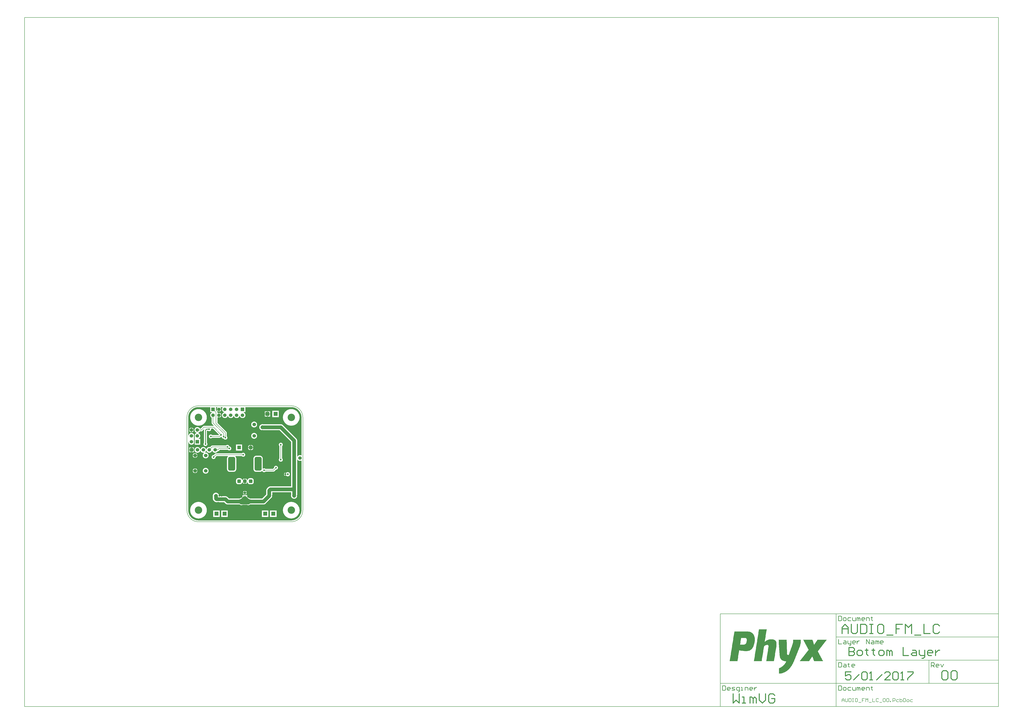
<source format=gbl>
G04 Layer_Physical_Order=2*
G04 Layer_Color=33789*
%FSLAX25Y25*%
%MOIN*%
G70*
G01*
G75*
%ADD11C,0.02756*%
%ADD12C,0.01575*%
%ADD27C,0.00787*%
%ADD28C,0.01181*%
%ADD33C,0.00591*%
%ADD34C,0.00984*%
%ADD35C,0.05906*%
%ADD36R,0.05906X0.05906*%
%ADD37C,0.12598*%
%ADD38C,0.03150*%
%ADD39C,0.06000*%
%ADD40R,0.07087X0.07087*%
%ADD41R,0.06299X0.06299*%
G04:AMPARAMS|DCode=42|XSize=62.99mil|YSize=62.99mil|CornerRadius=15.75mil|HoleSize=0mil|Usage=FLASHONLY|Rotation=0.000|XOffset=0mil|YOffset=0mil|HoleType=Round|Shape=RoundedRectangle|*
%AMROUNDEDRECTD42*
21,1,0.06299,0.03150,0,0,0.0*
21,1,0.03150,0.06299,0,0,0.0*
1,1,0.03150,0.01575,-0.01575*
1,1,0.03150,-0.01575,-0.01575*
1,1,0.03150,-0.01575,0.01575*
1,1,0.03150,0.01575,0.01575*
%
%ADD42ROUNDEDRECTD42*%
G04:AMPARAMS|DCode=43|XSize=118.11mil|YSize=236.22mil|CornerRadius=29.53mil|HoleSize=0mil|Usage=FLASHONLY|Rotation=0.000|XOffset=0mil|YOffset=0mil|HoleType=Round|Shape=RoundedRectangle|*
%AMROUNDEDRECTD43*
21,1,0.11811,0.17716,0,0,0.0*
21,1,0.05906,0.23622,0,0,0.0*
1,1,0.05906,0.02953,-0.08858*
1,1,0.05906,-0.02953,-0.08858*
1,1,0.05906,-0.02953,0.08858*
1,1,0.05906,0.02953,0.08858*
%
%ADD43ROUNDEDRECTD43*%
G04:AMPARAMS|DCode=44|XSize=39.37mil|YSize=39.37mil|CornerRadius=9.84mil|HoleSize=0mil|Usage=FLASHONLY|Rotation=90.000|XOffset=0mil|YOffset=0mil|HoleType=Round|Shape=RoundedRectangle|*
%AMROUNDEDRECTD44*
21,1,0.03937,0.01969,0,0,90.0*
21,1,0.01969,0.03937,0,0,90.0*
1,1,0.01969,0.00984,0.00984*
1,1,0.01969,0.00984,-0.00984*
1,1,0.01969,-0.00984,-0.00984*
1,1,0.01969,-0.00984,0.00984*
%
%ADD44ROUNDEDRECTD44*%
%ADD45R,0.03937X0.03937*%
%ADD46R,0.05906X0.05906*%
%ADD47C,0.02756*%
%ADD48C,0.06299*%
G36*
X177885Y194571D02*
X178604Y194527D01*
X179320Y194453D01*
X180033Y194349D01*
X180740Y194216D01*
X181442Y194053D01*
X182136Y193862D01*
X182822Y193642D01*
X183498Y193395D01*
X184163Y193119D01*
X184817Y192816D01*
X185457Y192487D01*
X186083Y192131D01*
X186694Y191750D01*
X187288Y191343D01*
X187866Y190913D01*
X188425Y190459D01*
X188964Y189982D01*
X189484Y189484D01*
X189982Y188964D01*
X190459Y188425D01*
X190913Y187866D01*
X191343Y187288D01*
X191750Y186694D01*
X192131Y186083D01*
X192487Y185457D01*
X192816Y184817D01*
X193119Y184163D01*
X193395Y183498D01*
X193642Y182822D01*
X193862Y182136D01*
X194053Y181442D01*
X194216Y180740D01*
X194349Y180033D01*
X194453Y179320D01*
X194527Y178604D01*
X194571Y177885D01*
X194574Y177752D01*
X194583Y177165D01*
X194583Y176587D01*
X194583Y176581D01*
Y113099D01*
X194431Y112937D01*
X193992Y112735D01*
X193814Y112818D01*
X193451Y112952D01*
X193079Y113057D01*
X192700Y113132D01*
X192315Y113178D01*
X191929Y113193D01*
X191543Y113178D01*
X191159Y113132D01*
X190779Y113057D01*
X190407Y112952D01*
X190044Y112818D01*
X189693Y112656D01*
X189356Y112467D01*
X189034Y112252D01*
X188731Y112013D01*
X188447Y111750D01*
X188184Y111466D01*
X187945Y111163D01*
X187799Y110944D01*
X187460Y110984D01*
X187208Y111118D01*
Y137795D01*
X187195Y138161D01*
X187156Y138524D01*
X187091Y138884D01*
X187001Y139238D01*
X186885Y139585D01*
X186745Y139923D01*
X186582Y140250D01*
X186395Y140564D01*
X186187Y140864D01*
X185957Y141149D01*
X185708Y141417D01*
X163070Y164054D01*
X162803Y164304D01*
X162518Y164533D01*
X162218Y164741D01*
X161903Y164928D01*
X161576Y165092D01*
X161239Y165232D01*
X160892Y165347D01*
X160537Y165437D01*
X160178Y165502D01*
X159814Y165541D01*
X159449Y165554D01*
X129082D01*
X128820Y165637D01*
X128534Y165700D01*
X128245Y165738D01*
X127953Y165751D01*
X127661Y165738D01*
X127371Y165700D01*
X127086Y165637D01*
X126807Y165549D01*
X126537Y165437D01*
X126278Y165302D01*
X126171Y165234D01*
X126163Y165232D01*
X125825Y165092D01*
X125498Y164928D01*
X125184Y164741D01*
X124884Y164533D01*
X124599Y164304D01*
X124331Y164054D01*
X124082Y163787D01*
X123853Y163502D01*
X123644Y163202D01*
X123458Y162888D01*
X123294Y162561D01*
X123154Y162223D01*
X123039Y161876D01*
X122948Y161522D01*
X122883Y161162D01*
X122844Y160798D01*
X122831Y160433D01*
X122844Y160068D01*
X122883Y159704D01*
X122948Y159344D01*
X123039Y158990D01*
X123154Y158643D01*
X123294Y158306D01*
X123458Y157979D01*
X123644Y157664D01*
X123853Y157364D01*
X124082Y157079D01*
X124331Y156812D01*
X124599Y156563D01*
X124884Y156333D01*
X125184Y156125D01*
X125498Y155938D01*
X125825Y155774D01*
X126163Y155635D01*
X126171Y155632D01*
X126278Y155564D01*
X126537Y155429D01*
X126807Y155317D01*
X127086Y155229D01*
X127371Y155166D01*
X127661Y155128D01*
X127953Y155115D01*
X128245Y155128D01*
X128534Y155166D01*
X128820Y155229D01*
X129082Y155312D01*
X157327D01*
X176965Y135674D01*
Y60239D01*
X141732D01*
X141367Y60226D01*
X141003Y60187D01*
X140644Y60122D01*
X140289Y60032D01*
X139943Y59917D01*
X139605Y59777D01*
X139278Y59613D01*
X138963Y59426D01*
X138663Y59218D01*
X138379Y58989D01*
X138111Y58740D01*
X136142Y56771D01*
X135893Y56503D01*
X135664Y56219D01*
X135455Y55918D01*
X135269Y55604D01*
X135105Y55277D01*
X134965Y54939D01*
X134850Y54593D01*
X134759Y54238D01*
X134695Y53878D01*
X134655Y53515D01*
X134642Y53150D01*
Y46413D01*
X127800Y39570D01*
X106883D01*
X106699Y39770D01*
X106484Y39968D01*
X106252Y40145D01*
X106006Y40302D01*
X105746Y40437D01*
X105476Y40549D01*
X105198Y40637D01*
X104912Y40700D01*
X104623Y40738D01*
X104331Y40751D01*
X104039Y40738D01*
X103829Y40711D01*
X102362Y42178D01*
Y45276D01*
X94488D01*
Y42178D01*
X93021Y40711D01*
X92812Y40738D01*
X92520Y40751D01*
X92228Y40738D01*
X91938Y40700D01*
X91653Y40637D01*
X91374Y40549D01*
X91104Y40437D01*
X90845Y40302D01*
X90598Y40145D01*
X90367Y39968D01*
X90151Y39770D01*
X89968Y39570D01*
X71413D01*
X68976Y42007D01*
X68708Y42256D01*
X68423Y42486D01*
X68123Y42694D01*
X67809Y42881D01*
X67482Y43044D01*
X67144Y43184D01*
X66797Y43300D01*
X66443Y43390D01*
X66083Y43455D01*
X65720Y43494D01*
X65354Y43507D01*
X54993D01*
X54594Y43921D01*
X54522Y44098D01*
X54531Y44291D01*
X54518Y44583D01*
X54480Y44873D01*
X54417Y45158D01*
X54329Y45437D01*
X54217Y45707D01*
X54082Y45966D01*
X54014Y46074D01*
X54011Y46081D01*
X53871Y46419D01*
X53707Y46746D01*
X53521Y47060D01*
X53312Y47361D01*
X53083Y47645D01*
X52834Y47913D01*
X52566Y48162D01*
X52282Y48391D01*
X51981Y48600D01*
X51667Y48786D01*
X51340Y48950D01*
X51002Y49090D01*
X50656Y49205D01*
X50301Y49296D01*
X49941Y49361D01*
X49578Y49400D01*
X49213Y49413D01*
X48847Y49400D01*
X48484Y49361D01*
X48124Y49296D01*
X47770Y49205D01*
X47423Y49090D01*
X47085Y48950D01*
X46758Y48786D01*
X46444Y48600D01*
X46143Y48391D01*
X45859Y48162D01*
X45591Y47913D01*
X45342Y47645D01*
X45113Y47361D01*
X44904Y47060D01*
X44718Y46746D01*
X44554Y46419D01*
X44414Y46081D01*
X44412Y46073D01*
X44343Y45966D01*
X44208Y45707D01*
X44096Y45437D01*
X44009Y45158D01*
X43945Y44873D01*
X43907Y44583D01*
X43894Y44291D01*
X43907Y43999D01*
X43945Y43710D01*
X44009Y43424D01*
X44091Y43162D01*
Y39370D01*
X44104Y39005D01*
X44143Y38641D01*
X44208Y38282D01*
X44299Y37927D01*
X44414Y37580D01*
X44554Y37243D01*
X44718Y36916D01*
X44904Y36601D01*
X45113Y36301D01*
X45342Y36016D01*
X45591Y35749D01*
X46575Y34765D01*
X46843Y34515D01*
X47128Y34286D01*
X47428Y34078D01*
X47742Y33891D01*
X48069Y33727D01*
X48407Y33587D01*
X48754Y33472D01*
X49108Y33382D01*
X49468Y33317D01*
X49832Y33277D01*
X50197Y33264D01*
X63233D01*
X65670Y30828D01*
X65938Y30578D01*
X66222Y30349D01*
X66523Y30141D01*
X66837Y29954D01*
X67164Y29790D01*
X67502Y29650D01*
X67848Y29535D01*
X68203Y29445D01*
X68563Y29380D01*
X68926Y29340D01*
X69291Y29327D01*
X89968D01*
X90151Y29127D01*
X90367Y28930D01*
X90598Y28752D01*
X90845Y28595D01*
X91104Y28460D01*
X91374Y28348D01*
X91653Y28261D01*
X91938Y28197D01*
X92228Y28159D01*
X92520Y28146D01*
X92812Y28159D01*
X93101Y28197D01*
X93387Y28261D01*
X93665Y28348D01*
X93935Y28460D01*
X94195Y28595D01*
X94441Y28752D01*
X94673Y28930D01*
X94677Y28934D01*
X102173D01*
X102178Y28930D01*
X102409Y28752D01*
X102656Y28595D01*
X102915Y28460D01*
X103185Y28348D01*
X103464Y28261D01*
X103749Y28197D01*
X104039Y28159D01*
X104331Y28146D01*
X104623Y28159D01*
X104912Y28197D01*
X105198Y28261D01*
X105476Y28348D01*
X105746Y28460D01*
X106006Y28595D01*
X106252Y28752D01*
X106484Y28930D01*
X106699Y29127D01*
X106883Y29327D01*
X129921D01*
X130287Y29340D01*
X130650Y29380D01*
X131010Y29445D01*
X131364Y29535D01*
X131711Y29650D01*
X132049Y29790D01*
X132376Y29954D01*
X132690Y30141D01*
X132990Y30349D01*
X133275Y30578D01*
X133543Y30828D01*
X143385Y40670D01*
X143634Y40938D01*
X143864Y41222D01*
X144072Y41522D01*
X144259Y41837D01*
X144422Y42164D01*
X144562Y42502D01*
X144565Y42509D01*
X144633Y42617D01*
X144768Y42876D01*
X144880Y43146D01*
X144968Y43424D01*
X145031Y43710D01*
X145069Y43999D01*
X145082Y44291D01*
X145069Y44583D01*
X145031Y44873D01*
X144968Y45158D01*
X144885Y45420D01*
Y49997D01*
X176965D01*
Y45420D01*
X176883Y45158D01*
X176819Y44873D01*
X176781Y44583D01*
X176769Y44291D01*
X176781Y43999D01*
X176819Y43710D01*
X176883Y43424D01*
X176971Y43146D01*
X177082Y42876D01*
X177217Y42617D01*
X177286Y42509D01*
X177288Y42502D01*
X177428Y42164D01*
X177592Y41837D01*
X177778Y41522D01*
X177987Y41222D01*
X178216Y40938D01*
X178465Y40670D01*
X178733Y40421D01*
X179017Y40192D01*
X179318Y39983D01*
X179632Y39796D01*
X179959Y39633D01*
X180297Y39493D01*
X180644Y39377D01*
X180998Y39287D01*
X181358Y39222D01*
X181721Y39183D01*
X182087Y39170D01*
X182452Y39183D01*
X182816Y39222D01*
X183175Y39287D01*
X183529Y39377D01*
X183876Y39493D01*
X184214Y39633D01*
X184541Y39796D01*
X184855Y39983D01*
X185156Y40192D01*
X185440Y40421D01*
X185708Y40670D01*
X185957Y40938D01*
X186187Y41222D01*
X186395Y41522D01*
X186582Y41837D01*
X186745Y42164D01*
X186885Y42502D01*
X186888Y42509D01*
X186956Y42617D01*
X187091Y42876D01*
X187203Y43146D01*
X187291Y43424D01*
X187354Y43710D01*
X187392Y43999D01*
X187405Y44291D01*
X187392Y44583D01*
X187354Y44873D01*
X187291Y45158D01*
X187208Y45420D01*
Y55118D01*
Y105418D01*
X187460Y105551D01*
X187799Y105592D01*
X187945Y105373D01*
X188184Y105069D01*
X188447Y104785D01*
X188731Y104523D01*
X189034Y104283D01*
X189356Y104068D01*
X189693Y103879D01*
X190044Y103718D01*
X190407Y103584D01*
X190779Y103479D01*
X191159Y103403D01*
X191543Y103358D01*
X191929Y103343D01*
X192315Y103358D01*
X192700Y103403D01*
X193079Y103479D01*
X193451Y103584D01*
X193814Y103718D01*
X193992Y103800D01*
X194431Y103598D01*
X194583Y103437D01*
Y19685D01*
X194586Y19641D01*
X194571Y18965D01*
X194527Y18246D01*
X194453Y17530D01*
X194349Y16818D01*
X194216Y16110D01*
X194053Y15408D01*
X193862Y14714D01*
X193642Y14028D01*
X193395Y13352D01*
X193119Y12687D01*
X192816Y12034D01*
X192487Y11394D01*
X192131Y10768D01*
X191750Y10157D01*
X191343Y9562D01*
X190913Y8985D01*
X190459Y8426D01*
X189982Y7886D01*
X189484Y7367D01*
X188964Y6868D01*
X188425Y6391D01*
X187866Y5937D01*
X187288Y5507D01*
X186694Y5101D01*
X186083Y4719D01*
X185457Y4364D01*
X184817Y4034D01*
X184163Y3731D01*
X183498Y3456D01*
X182822Y3208D01*
X182136Y2988D01*
X181442Y2797D01*
X180740Y2635D01*
X180033Y2502D01*
X179320Y2398D01*
X178604Y2324D01*
X177885Y2279D01*
X177752Y2276D01*
X177165Y2267D01*
X176587Y2267D01*
X176581Y2267D01*
X19685D01*
X19641Y2265D01*
X18965Y2279D01*
X18246Y2324D01*
X17530Y2398D01*
X16818Y2502D01*
X16110Y2635D01*
X15408Y2797D01*
X14714Y2988D01*
X14028Y3208D01*
X13352Y3456D01*
X12687Y3731D01*
X12034Y4034D01*
X11394Y4364D01*
X10768Y4719D01*
X10157Y5101D01*
X9562Y5507D01*
X8985Y5937D01*
X8426Y6391D01*
X7886Y6868D01*
X7367Y7367D01*
X6868Y7886D01*
X6391Y8426D01*
X5937Y8985D01*
X5507Y9562D01*
X5101Y10157D01*
X4719Y10768D01*
X4364Y11394D01*
X4034Y12034D01*
X3731Y12687D01*
X3456Y13352D01*
X3208Y14028D01*
X2988Y14714D01*
X2797Y15408D01*
X2635Y16110D01*
X2502Y16818D01*
X2398Y17530D01*
X2324Y18246D01*
X2279Y18965D01*
X2276Y19098D01*
X2267Y19685D01*
X2267Y20264D01*
X2267Y20270D01*
Y134984D01*
X2852Y135056D01*
X2928Y134677D01*
X3032Y134305D01*
X3166Y133942D01*
X3328Y133591D01*
X3517Y133253D01*
X3732Y132932D01*
X3971Y132628D01*
X4234Y132344D01*
X4518Y132082D01*
X4822Y131842D01*
X5143Y131628D01*
X5481Y131439D01*
X5832Y131277D01*
X6195Y131143D01*
X6567Y131038D01*
X6946Y130962D01*
X7330Y130917D01*
X7717Y130902D01*
X8103Y130917D01*
X8487Y130962D01*
X8866Y131038D01*
X9239Y131143D01*
X9601Y131277D01*
X9952Y131439D01*
X10290Y131628D01*
X10611Y131842D01*
X10915Y132082D01*
X11199Y132344D01*
X11462Y132628D01*
X11701Y132932D01*
X11916Y133253D01*
X12105Y133591D01*
X12205Y133808D01*
X12795Y133678D01*
Y130905D01*
X22638D01*
Y140748D01*
X19865D01*
X19736Y141339D01*
X19952Y141438D01*
X20290Y141628D01*
X20611Y141842D01*
X20915Y142082D01*
X21199Y142344D01*
X21462Y142628D01*
X21701Y142932D01*
X21916Y143253D01*
X22105Y143591D01*
X22267Y143942D01*
X22400Y144305D01*
X22505Y144677D01*
X22581Y145056D01*
X22626Y145440D01*
X22642Y145827D01*
X22626Y146213D01*
X22581Y146597D01*
X22505Y146976D01*
X22400Y147349D01*
X22267Y147712D01*
X22105Y148063D01*
X21916Y148400D01*
X21701Y148722D01*
X21462Y149025D01*
X21199Y149309D01*
X20915Y149572D01*
X20611Y149811D01*
X20290Y150026D01*
X19952Y150215D01*
X19601Y150377D01*
X19239Y150511D01*
X19206Y150520D01*
Y151134D01*
X19239Y151143D01*
X19601Y151277D01*
X19952Y151438D01*
X20290Y151628D01*
X20611Y151842D01*
X20915Y152082D01*
X21199Y152344D01*
X21462Y152628D01*
X21701Y152932D01*
X21916Y153253D01*
X22032Y153461D01*
X24528D01*
X24792Y153476D01*
X25054Y153520D01*
X25309Y153594D01*
X25554Y153695D01*
X25786Y153823D01*
X26003Y153977D01*
X26201Y154154D01*
X28810Y156764D01*
X29279Y156397D01*
X29237Y156326D01*
X29129Y156099D01*
X29044Y155862D01*
X28983Y155618D01*
X28946Y155369D01*
X28934Y155118D01*
Y134047D01*
X28930Y134043D01*
X28752Y133811D01*
X28595Y133565D01*
X28460Y133305D01*
X28348Y133035D01*
X28261Y132757D01*
X28197Y132471D01*
X28159Y132182D01*
X28146Y131890D01*
X28159Y131598D01*
X28197Y131308D01*
X28261Y131023D01*
X28348Y130744D01*
X28460Y130474D01*
X28595Y130215D01*
X28752Y129969D01*
X28930Y129737D01*
X29127Y129521D01*
X29343Y129324D01*
X29575Y129146D01*
X29821Y128989D01*
X30080Y128854D01*
X30350Y128742D01*
X30629Y128654D01*
X30914Y128591D01*
X31204Y128553D01*
X31496Y128540D01*
X31788Y128553D01*
X32078Y128591D01*
X32363Y128654D01*
X32642Y128742D01*
X32912Y128854D01*
X33171Y128989D01*
X33417Y129146D01*
X33649Y129324D01*
X33865Y129521D01*
X34062Y129737D01*
X34240Y129969D01*
X34397Y130215D01*
X34532Y130474D01*
X34644Y130744D01*
X34732Y131023D01*
X34795Y131308D01*
X34833Y131598D01*
X34846Y131890D01*
X34833Y132182D01*
X34795Y132471D01*
X34732Y132757D01*
X34644Y133035D01*
X34532Y133305D01*
X34397Y133565D01*
X34240Y133811D01*
X34062Y134043D01*
X34058Y134047D01*
Y154057D01*
X34526Y154525D01*
X35638D01*
X35642Y154521D01*
X35874Y154343D01*
X36121Y154186D01*
X36380Y154051D01*
X36650Y153939D01*
X36928Y153851D01*
X37214Y153788D01*
X37503Y153750D01*
X37795Y153737D01*
X38087Y153750D01*
X38377Y153788D01*
X38662Y153851D01*
X38941Y153939D01*
X39211Y154051D01*
X39470Y154186D01*
X39717Y154343D01*
X39948Y154521D01*
X40164Y154718D01*
X40361Y154934D01*
X40539Y155165D01*
X40696Y155412D01*
X40831Y155671D01*
X40943Y155941D01*
X41031Y156220D01*
X41094Y156505D01*
X41132Y156795D01*
X41145Y157087D01*
X41132Y157378D01*
X41119Y157477D01*
X41382Y157890D01*
X41611Y158067D01*
X44296D01*
X54309Y148054D01*
X54316Y147823D01*
X53763Y147248D01*
X42922D01*
X42920Y147250D01*
X42704Y147448D01*
X42472Y147626D01*
X42226Y147783D01*
X41967Y147918D01*
X41697Y148029D01*
X41418Y148117D01*
X41133Y148181D01*
X40843Y148219D01*
X40551Y148231D01*
X40259Y148219D01*
X39970Y148181D01*
X39684Y148117D01*
X39406Y148029D01*
X39136Y147918D01*
X38876Y147783D01*
X38630Y147626D01*
X38398Y147448D01*
X38183Y147250D01*
X37985Y147035D01*
X37807Y146803D01*
X37650Y146557D01*
X37515Y146298D01*
X37404Y146028D01*
X37316Y145749D01*
X37252Y145464D01*
X37214Y145174D01*
X37201Y144882D01*
X37214Y144590D01*
X37252Y144300D01*
X37316Y144015D01*
X37404Y143736D01*
X37515Y143466D01*
X37650Y143207D01*
X37807Y142961D01*
X37985Y142729D01*
X38183Y142513D01*
X38398Y142316D01*
X38630Y142138D01*
X38876Y141981D01*
X39136Y141846D01*
X39406Y141734D01*
X39684Y141646D01*
X39970Y141583D01*
X40259Y141545D01*
X40551Y141532D01*
X40843Y141545D01*
X41133Y141583D01*
X41418Y141646D01*
X41697Y141734D01*
X41967Y141846D01*
X42226Y141981D01*
X42472Y142138D01*
X42704Y142316D01*
X42920Y142513D01*
X42922Y142516D01*
X55315D01*
X55580Y142531D01*
X55841Y142575D01*
X56096Y142649D01*
X56341Y142750D01*
X56574Y142879D01*
X56790Y143032D01*
X56988Y143209D01*
X58067Y144288D01*
X58071Y144288D01*
X58363Y144301D01*
X58718Y144227D01*
X58906Y143906D01*
X58969Y143621D01*
X59057Y143342D01*
X59169Y143072D01*
X59304Y142813D01*
X59461Y142567D01*
X59639Y142335D01*
X59836Y142119D01*
X60052Y141922D01*
X60283Y141744D01*
X60530Y141587D01*
X60789Y141452D01*
X61059Y141340D01*
X61338Y141252D01*
X61623Y141189D01*
X61913Y141151D01*
X62205Y141138D01*
X62399Y141147D01*
X62454Y141042D01*
X62611Y140795D01*
X62788Y140563D01*
X62986Y140348D01*
X63201Y140150D01*
X63433Y139973D01*
X63679Y139816D01*
X63939Y139681D01*
X64209Y139569D01*
X64487Y139481D01*
X64773Y139418D01*
X65062Y139380D01*
X65354Y139367D01*
X65646Y139380D01*
X65936Y139418D01*
X66221Y139481D01*
X66500Y139569D01*
X66770Y139681D01*
X67029Y139816D01*
X67276Y139973D01*
X67507Y140150D01*
X67723Y140348D01*
X67920Y140563D01*
X68098Y140795D01*
X68255Y141042D01*
X68390Y141301D01*
X68502Y141571D01*
X68590Y141850D01*
X68653Y142135D01*
X68691Y142425D01*
X68704Y142717D01*
X68691Y143008D01*
X68653Y143298D01*
X68590Y143584D01*
X68502Y143862D01*
X68390Y144132D01*
X68255Y144391D01*
X68098Y144638D01*
X67920Y144870D01*
X67723Y145085D01*
X67720Y145088D01*
Y150984D01*
X67705Y151249D01*
X67661Y151511D01*
X67588Y151766D01*
X67486Y152011D01*
X67358Y152243D01*
X67204Y152459D01*
X67027Y152657D01*
X51854Y167830D01*
Y177239D01*
X51897Y177295D01*
X52445Y177560D01*
X52510Y177518D01*
X52816Y177359D01*
X53135Y177227D01*
X53464Y177123D01*
X53801Y177049D01*
X53988Y177024D01*
Y180945D01*
Y184866D01*
X53801Y184841D01*
X53464Y184767D01*
X53135Y184663D01*
X52816Y184531D01*
X52510Y184371D01*
X52445Y184330D01*
X51897Y184595D01*
X51854Y184650D01*
Y185945D01*
X51839Y186210D01*
X51795Y186471D01*
X51721Y186726D01*
X51620Y186971D01*
X51491Y187204D01*
X51338Y187420D01*
X51161Y187618D01*
X49409Y189370D01*
Y194583D01*
X51766D01*
X51967Y193992D01*
X51945Y193976D01*
X51691Y193743D01*
X51457Y193488D01*
X51247Y193214D01*
X51062Y192923D01*
X50902Y192617D01*
X50770Y192298D01*
X50666Y191969D01*
X50592Y191632D01*
X50567Y191445D01*
X54488D01*
X58409D01*
X58385Y191632D01*
X58310Y191969D01*
X58206Y192298D01*
X58074Y192617D01*
X57915Y192923D01*
X57729Y193214D01*
X57519Y193488D01*
X57286Y193743D01*
X57031Y193976D01*
X57010Y193992D01*
X57210Y194583D01*
X60345D01*
X60455Y194462D01*
X60624Y193992D01*
X60504Y193840D01*
X60289Y193518D01*
X60100Y193181D01*
X59938Y192830D01*
X59804Y192467D01*
X59699Y192095D01*
X59624Y191715D01*
X59578Y191331D01*
X59563Y190945D01*
X59578Y190559D01*
X59624Y190174D01*
X59699Y189795D01*
X59804Y189423D01*
X59938Y189060D01*
X60100Y188709D01*
X60289Y188372D01*
X60504Y188050D01*
X60743Y187746D01*
X61006Y187462D01*
X61290Y187200D01*
X61593Y186960D01*
X61915Y186746D01*
X62252Y186557D01*
X62603Y186395D01*
X62966Y186261D01*
X62999Y186252D01*
Y185638D01*
X62966Y185629D01*
X62603Y185495D01*
X62252Y185333D01*
X61915Y185144D01*
X61593Y184929D01*
X61290Y184690D01*
X61006Y184427D01*
X60743Y184143D01*
X60504Y183840D01*
X60289Y183518D01*
X60100Y183181D01*
X59938Y182830D01*
X59804Y182467D01*
X59699Y182095D01*
X59624Y181715D01*
X59578Y181331D01*
X59563Y180945D01*
X59578Y180559D01*
X59624Y180174D01*
X59699Y179795D01*
X59804Y179423D01*
X59938Y179060D01*
X60100Y178709D01*
X60289Y178372D01*
X60504Y178050D01*
X60743Y177746D01*
X61006Y177462D01*
X61290Y177200D01*
X61593Y176960D01*
X61915Y176746D01*
X62252Y176557D01*
X62603Y176395D01*
X62966Y176261D01*
X63339Y176156D01*
X63718Y176081D01*
X64102Y176035D01*
X64488Y176020D01*
X64875Y176035D01*
X65259Y176081D01*
X65638Y176156D01*
X66010Y176261D01*
X66373Y176395D01*
X66724Y176557D01*
X67062Y176746D01*
X67383Y176960D01*
X67687Y177200D01*
X67971Y177462D01*
X68233Y177746D01*
X68473Y178050D01*
X68687Y178372D01*
X68876Y178709D01*
X69038Y179060D01*
X69172Y179423D01*
X69181Y179456D01*
X69795D01*
X69804Y179423D01*
X69938Y179060D01*
X70100Y178709D01*
X70289Y178372D01*
X70504Y178050D01*
X70743Y177746D01*
X71006Y177462D01*
X71290Y177200D01*
X71593Y176960D01*
X71915Y176746D01*
X72252Y176557D01*
X72603Y176395D01*
X72966Y176261D01*
X73339Y176156D01*
X73718Y176081D01*
X74102Y176035D01*
X74488Y176020D01*
X74875Y176035D01*
X75259Y176081D01*
X75638Y176156D01*
X76010Y176261D01*
X76373Y176395D01*
X76724Y176557D01*
X77061Y176746D01*
X77383Y176960D01*
X77687Y177200D01*
X77971Y177462D01*
X78233Y177746D01*
X78473Y178050D01*
X78688Y178372D01*
X78877Y178709D01*
X79038Y179060D01*
X79172Y179423D01*
X79181Y179456D01*
X79795D01*
X79804Y179423D01*
X79938Y179060D01*
X80100Y178709D01*
X80289Y178372D01*
X80504Y178050D01*
X80743Y177746D01*
X81006Y177462D01*
X81290Y177200D01*
X81593Y176960D01*
X81915Y176746D01*
X82252Y176557D01*
X82604Y176395D01*
X82966Y176261D01*
X83338Y176156D01*
X83718Y176081D01*
X84102Y176035D01*
X84488Y176020D01*
X84875Y176035D01*
X85259Y176081D01*
X85638Y176156D01*
X86010Y176261D01*
X86373Y176395D01*
X86724Y176557D01*
X87062Y176746D01*
X87383Y176960D01*
X87687Y177200D01*
X87971Y177462D01*
X88233Y177746D01*
X88473Y178050D01*
X88687Y178372D01*
X88876Y178709D01*
X89038Y179060D01*
X89172Y179423D01*
X89181Y179456D01*
X89795D01*
X89804Y179423D01*
X89938Y179060D01*
X90100Y178709D01*
X90289Y178372D01*
X90504Y178050D01*
X90743Y177746D01*
X91006Y177462D01*
X91290Y177200D01*
X91593Y176960D01*
X91915Y176746D01*
X92252Y176557D01*
X92603Y176395D01*
X92966Y176261D01*
X93339Y176156D01*
X93718Y176081D01*
X94102Y176035D01*
X94488Y176020D01*
X94875Y176035D01*
X95259Y176081D01*
X95638Y176156D01*
X96010Y176261D01*
X96373Y176395D01*
X96724Y176557D01*
X97062Y176746D01*
X97383Y176960D01*
X97687Y177200D01*
X97971Y177462D01*
X98233Y177746D01*
X98473Y178050D01*
X98687Y178372D01*
X98877Y178709D01*
X99038Y179060D01*
X99172Y179423D01*
X99277Y179795D01*
X99353Y180174D01*
X99398Y180559D01*
X99413Y180945D01*
X99398Y181331D01*
X99353Y181715D01*
X99277Y182095D01*
X99172Y182467D01*
X99038Y182830D01*
X98877Y183181D01*
X98687Y183518D01*
X98473Y183840D01*
X98233Y184143D01*
X97971Y184427D01*
X97687Y184690D01*
X97383Y184929D01*
X97062Y185144D01*
X96724Y185333D01*
X96507Y185433D01*
X96637Y186024D01*
X99410D01*
Y194583D01*
X177165D01*
X177209Y194586D01*
X177885Y194571D01*
D02*
G37*
G36*
X39567Y186024D02*
X42340D01*
X42469Y185433D01*
X42252Y185333D01*
X41915Y185144D01*
X41593Y184929D01*
X41290Y184690D01*
X41006Y184427D01*
X40743Y184143D01*
X40504Y183840D01*
X40289Y183518D01*
X40100Y183181D01*
X39938Y182830D01*
X39804Y182467D01*
X39699Y182095D01*
X39624Y181715D01*
X39578Y181331D01*
X39563Y180945D01*
X39578Y180559D01*
X39624Y180174D01*
X39699Y179795D01*
X39804Y179423D01*
X39938Y179060D01*
X40100Y178709D01*
X40289Y178372D01*
X40504Y178050D01*
X40743Y177746D01*
X41006Y177462D01*
X41290Y177200D01*
X41593Y176960D01*
X41915Y176746D01*
X42122Y176629D01*
Y167717D01*
X42137Y167452D01*
X42182Y167190D01*
X42255Y166935D01*
X42357Y166690D01*
X42485Y166458D01*
X42638Y166241D01*
X42815Y166044D01*
X45480Y163379D01*
X45312Y162903D01*
X45225Y162799D01*
X29134D01*
X28869Y162784D01*
X28607Y162740D01*
X28352Y162666D01*
X28107Y162565D01*
X27875Y162436D01*
X27659Y162283D01*
X27461Y162106D01*
X23548Y158193D01*
X22032D01*
X21916Y158400D01*
X21701Y158722D01*
X21462Y159025D01*
X21199Y159309D01*
X20915Y159572D01*
X20611Y159811D01*
X20290Y160026D01*
X19952Y160215D01*
X19601Y160377D01*
X19239Y160511D01*
X18866Y160616D01*
X18487Y160691D01*
X18103Y160737D01*
X17717Y160752D01*
X17330Y160737D01*
X16946Y160691D01*
X16567Y160616D01*
X16195Y160511D01*
X15832Y160377D01*
X15481Y160215D01*
X15143Y160026D01*
X14822Y159811D01*
X14518Y159572D01*
X14234Y159309D01*
X13972Y159025D01*
X13732Y158722D01*
X13517Y158400D01*
X13328Y158063D01*
X13166Y157712D01*
X13033Y157349D01*
X12928Y156976D01*
X12852Y156597D01*
X12807Y156213D01*
X12791Y155827D01*
X12807Y155440D01*
X12852Y155056D01*
X12928Y154677D01*
X13033Y154305D01*
X13166Y153942D01*
X13328Y153591D01*
X13517Y153253D01*
X13732Y152932D01*
X13972Y152628D01*
X14234Y152344D01*
X14518Y152082D01*
X14822Y151842D01*
X15143Y151628D01*
X15481Y151438D01*
X15832Y151277D01*
X16195Y151143D01*
X16227Y151134D01*
Y150520D01*
X16195Y150511D01*
X15832Y150377D01*
X15481Y150215D01*
X15143Y150026D01*
X14822Y149811D01*
X14518Y149572D01*
X14234Y149309D01*
X13972Y149025D01*
X13732Y148722D01*
X13517Y148400D01*
X13328Y148063D01*
X13166Y147712D01*
X13033Y147349D01*
X13023Y147316D01*
X12410D01*
X12400Y147349D01*
X12267Y147712D01*
X12105Y148063D01*
X11916Y148400D01*
X11701Y148722D01*
X11462Y149025D01*
X11199Y149309D01*
X10915Y149572D01*
X10611Y149811D01*
X10290Y150026D01*
X9952Y150215D01*
X9601Y150377D01*
X9239Y150511D01*
X8866Y150616D01*
X8487Y150691D01*
X8103Y150737D01*
X7717Y150752D01*
X7330Y150737D01*
X6946Y150691D01*
X6567Y150616D01*
X6195Y150511D01*
X5832Y150377D01*
X5481Y150215D01*
X5143Y150026D01*
X4822Y149811D01*
X4518Y149572D01*
X4234Y149309D01*
X3971Y149025D01*
X3732Y148722D01*
X3517Y148400D01*
X3328Y148063D01*
X3166Y147712D01*
X3032Y147349D01*
X2928Y146976D01*
X2852Y146597D01*
X2267Y146670D01*
Y177165D01*
X2265Y177209D01*
X2279Y177885D01*
X2324Y178604D01*
X2398Y179320D01*
X2502Y180033D01*
X2635Y180740D01*
X2797Y181442D01*
X2988Y182136D01*
X3208Y182822D01*
X3456Y183498D01*
X3731Y184163D01*
X4034Y184817D01*
X4364Y185457D01*
X4719Y186083D01*
X5101Y186694D01*
X5507Y187288D01*
X5937Y187866D01*
X6391Y188425D01*
X6868Y188964D01*
X7367Y189484D01*
X7886Y189982D01*
X8426Y190459D01*
X8985Y190913D01*
X9562Y191343D01*
X10157Y191750D01*
X10768Y192131D01*
X11394Y192487D01*
X12034Y192816D01*
X12687Y193119D01*
X13352Y193395D01*
X14028Y193642D01*
X14714Y193862D01*
X15408Y194053D01*
X16110Y194216D01*
X16818Y194349D01*
X17530Y194453D01*
X18246Y194527D01*
X18965Y194571D01*
X19098Y194574D01*
X19685Y194583D01*
X20264Y194583D01*
X20270Y194583D01*
X39567D01*
Y186024D01*
D02*
G37*
G36*
X103515Y40185D02*
X104207Y39559D01*
X105756Y38524D01*
X107477Y37811D01*
X109305Y37447D01*
X110236Y37402D01*
Y31496D01*
X110067D01*
X109409Y31464D01*
X108116Y31207D01*
X106899Y30702D01*
X105804Y29970D01*
X105315Y29528D01*
Y29528D01*
X91535D01*
X91535Y29528D01*
X91047Y29970D01*
X89951Y30702D01*
X88734Y31207D01*
X87442Y31464D01*
X86783Y31496D01*
X86614D01*
Y37402D01*
X87546Y37447D01*
X89373Y37811D01*
X91095Y38524D01*
X92644Y39559D01*
X93335Y40185D01*
X96457Y43307D01*
X100394D01*
X103515Y40185D01*
D02*
G37*
G36*
X1086432Y-200414D02*
X1086145D01*
Y-200700D01*
X1085859D01*
Y-200987D01*
Y-201273D01*
X1085573D01*
Y-201559D01*
X1085286D01*
Y-201846D01*
X1085000D01*
Y-202132D01*
Y-202418D01*
X1084714D01*
Y-202704D01*
X1084427D01*
Y-202991D01*
X1084141D01*
Y-203277D01*
X1083855D01*
Y-203563D01*
Y-203850D01*
X1083568D01*
Y-204136D01*
X1083282D01*
Y-204422D01*
X1082996D01*
Y-204709D01*
Y-204995D01*
X1082710D01*
Y-205281D01*
X1082423D01*
Y-205568D01*
X1082137D01*
Y-205854D01*
X1081851D01*
Y-206140D01*
Y-206427D01*
X1081564D01*
Y-206713D01*
X1081278D01*
Y-206999D01*
X1080992D01*
Y-207285D01*
Y-207572D01*
X1080705D01*
Y-207858D01*
X1080419D01*
Y-208144D01*
X1080133D01*
Y-208431D01*
Y-208717D01*
X1079846D01*
Y-209003D01*
X1079560D01*
Y-209290D01*
X1079274D01*
Y-209576D01*
X1078988D01*
Y-209862D01*
Y-210149D01*
X1078701D01*
Y-210435D01*
X1078415D01*
Y-210721D01*
X1078129D01*
Y-211007D01*
Y-211294D01*
X1077842D01*
Y-211580D01*
X1077556D01*
Y-211866D01*
X1077270D01*
Y-212153D01*
Y-212439D01*
X1076983D01*
Y-212725D01*
X1076697D01*
Y-213012D01*
X1076411D01*
Y-213298D01*
X1076124D01*
Y-213584D01*
Y-213871D01*
X1075838D01*
Y-214157D01*
X1075552D01*
Y-214443D01*
X1075265D01*
Y-214730D01*
Y-215016D01*
X1074979D01*
Y-215302D01*
X1074693D01*
Y-215588D01*
X1074407D01*
Y-215875D01*
Y-216161D01*
X1074120D01*
Y-216447D01*
X1073834D01*
Y-216734D01*
X1073548D01*
Y-217020D01*
X1073261D01*
Y-217306D01*
Y-217593D01*
X1072975D01*
Y-217879D01*
X1072689D01*
Y-218165D01*
X1072402D01*
Y-218452D01*
Y-218738D01*
X1072116D01*
Y-219024D01*
X1071830D01*
Y-219311D01*
X1071543D01*
Y-219597D01*
X1071257D01*
Y-219883D01*
Y-220169D01*
X1071543D01*
Y-220456D01*
Y-220742D01*
X1071830D01*
Y-221028D01*
Y-221315D01*
X1072116D01*
Y-221601D01*
X1072402D01*
Y-221887D01*
Y-222174D01*
X1072689D01*
Y-222460D01*
Y-222746D01*
X1072975D01*
Y-223033D01*
Y-223319D01*
X1073261D01*
Y-223605D01*
Y-223892D01*
X1073548D01*
Y-224178D01*
Y-224464D01*
X1073834D01*
Y-224750D01*
Y-225037D01*
X1074120D01*
Y-225323D01*
Y-225609D01*
X1074407D01*
Y-225896D01*
Y-226182D01*
X1074693D01*
Y-226468D01*
X1074979D01*
Y-226755D01*
Y-227041D01*
X1075265D01*
Y-227327D01*
Y-227614D01*
X1075552D01*
Y-227900D01*
Y-228186D01*
X1075838D01*
Y-228473D01*
Y-228759D01*
X1076124D01*
Y-229045D01*
Y-229331D01*
X1076411D01*
Y-229618D01*
Y-229904D01*
X1076697D01*
Y-230190D01*
Y-230477D01*
X1076983D01*
Y-230763D01*
X1077270D01*
Y-231049D01*
Y-231336D01*
X1077556D01*
Y-231622D01*
Y-231908D01*
X1077842D01*
Y-232195D01*
Y-232481D01*
X1078129D01*
Y-232767D01*
Y-233054D01*
X1078415D01*
Y-233340D01*
Y-233626D01*
X1078701D01*
Y-233912D01*
Y-234199D01*
X1078988D01*
Y-234485D01*
Y-234771D01*
X1079274D01*
Y-235058D01*
X1079560D01*
Y-235344D01*
Y-235630D01*
X1079846D01*
Y-235917D01*
Y-236203D01*
X1080133D01*
Y-236489D01*
X1064958D01*
Y-236203D01*
X1064672D01*
Y-235917D01*
Y-235630D01*
Y-235344D01*
X1064386D01*
Y-235058D01*
Y-234771D01*
Y-234485D01*
X1064099D01*
Y-234199D01*
Y-233912D01*
X1063813D01*
Y-233626D01*
Y-233340D01*
Y-233054D01*
X1063527D01*
Y-232767D01*
Y-232481D01*
Y-232195D01*
X1063240D01*
Y-231908D01*
Y-231622D01*
X1062954D01*
Y-231336D01*
Y-231049D01*
Y-230763D01*
X1062668D01*
Y-230477D01*
Y-230190D01*
Y-229904D01*
X1062381D01*
Y-229618D01*
Y-229331D01*
Y-229045D01*
X1062095D01*
Y-228759D01*
X1061522D01*
Y-229045D01*
Y-229331D01*
X1061236D01*
Y-229618D01*
X1060950D01*
Y-229904D01*
Y-230190D01*
X1060664D01*
Y-230477D01*
X1060377D01*
Y-230763D01*
Y-231049D01*
X1060091D01*
Y-231336D01*
X1059805D01*
Y-231622D01*
Y-231908D01*
X1059518D01*
Y-232195D01*
X1059232D01*
Y-232481D01*
X1058946D01*
Y-232767D01*
Y-233054D01*
X1058659D01*
Y-233340D01*
X1058373D01*
Y-233626D01*
Y-233912D01*
X1058087D01*
Y-234199D01*
X1057800D01*
Y-234485D01*
Y-234771D01*
X1057514D01*
Y-235058D01*
X1057228D01*
Y-235344D01*
Y-235630D01*
X1056941D01*
Y-235917D01*
X1056655D01*
Y-236203D01*
Y-236489D01*
X1040622D01*
Y-236203D01*
X1040908D01*
Y-235917D01*
X1041194D01*
Y-235630D01*
X1041481D01*
Y-235344D01*
X1041767D01*
Y-235058D01*
Y-234771D01*
X1042053D01*
Y-234485D01*
X1042340D01*
Y-234199D01*
X1042626D01*
Y-233912D01*
X1042912D01*
Y-233626D01*
Y-233340D01*
X1043198D01*
Y-233054D01*
X1043485D01*
Y-232767D01*
X1043771D01*
Y-232481D01*
Y-232195D01*
X1044057D01*
Y-231908D01*
X1044344D01*
Y-231622D01*
X1044630D01*
Y-231336D01*
X1044916D01*
Y-231049D01*
Y-230763D01*
X1045203D01*
Y-230477D01*
X1045489D01*
Y-230190D01*
X1045775D01*
Y-229904D01*
X1046062D01*
Y-229618D01*
Y-229331D01*
X1046348D01*
Y-229045D01*
X1046634D01*
Y-228759D01*
X1046920D01*
Y-228473D01*
Y-228186D01*
X1047207D01*
Y-227900D01*
X1047493D01*
Y-227614D01*
X1047779D01*
Y-227327D01*
X1048066D01*
Y-227041D01*
Y-226755D01*
X1048352D01*
Y-226468D01*
X1048638D01*
Y-226182D01*
X1048925D01*
Y-225896D01*
Y-225609D01*
X1049211D01*
Y-225323D01*
X1049497D01*
Y-225037D01*
X1049784D01*
Y-224750D01*
X1050070D01*
Y-224464D01*
Y-224178D01*
X1050356D01*
Y-223892D01*
X1050642D01*
Y-223605D01*
X1050929D01*
Y-223319D01*
Y-223033D01*
X1051215D01*
Y-222746D01*
X1051501D01*
Y-222460D01*
X1051788D01*
Y-222174D01*
X1052074D01*
Y-221887D01*
Y-221601D01*
X1052360D01*
Y-221315D01*
X1052647D01*
Y-221028D01*
X1052933D01*
Y-220742D01*
X1053219D01*
Y-220456D01*
Y-220169D01*
X1053506D01*
Y-219883D01*
X1053792D01*
Y-219597D01*
X1054078D01*
Y-219311D01*
Y-219024D01*
X1054365D01*
Y-218738D01*
X1054651D01*
Y-218452D01*
X1054937D01*
Y-218165D01*
X1055223D01*
Y-217879D01*
Y-217593D01*
X1055510D01*
Y-217306D01*
Y-217020D01*
Y-216734D01*
X1055223D01*
Y-216447D01*
X1054937D01*
Y-216161D01*
Y-215875D01*
X1054651D01*
Y-215588D01*
Y-215302D01*
X1054365D01*
Y-215016D01*
Y-214730D01*
X1054078D01*
Y-214443D01*
Y-214157D01*
X1053792D01*
Y-213871D01*
Y-213584D01*
X1053506D01*
Y-213298D01*
Y-213012D01*
X1053219D01*
Y-212725D01*
X1052933D01*
Y-212439D01*
Y-212153D01*
X1052647D01*
Y-211866D01*
Y-211580D01*
X1052360D01*
Y-211294D01*
Y-211007D01*
X1052074D01*
Y-210721D01*
Y-210435D01*
X1051788D01*
Y-210149D01*
Y-209862D01*
X1051501D01*
Y-209576D01*
Y-209290D01*
X1051215D01*
Y-209003D01*
X1050929D01*
Y-208717D01*
Y-208431D01*
X1050642D01*
Y-208144D01*
Y-207858D01*
X1050356D01*
Y-207572D01*
Y-207285D01*
X1050070D01*
Y-206999D01*
Y-206713D01*
X1049784D01*
Y-206427D01*
Y-206140D01*
X1049497D01*
Y-205854D01*
Y-205568D01*
X1049211D01*
Y-205281D01*
Y-204995D01*
X1048925D01*
Y-204709D01*
X1048638D01*
Y-204422D01*
Y-204136D01*
X1048352D01*
Y-203850D01*
Y-203563D01*
X1048066D01*
Y-203277D01*
Y-202991D01*
X1047779D01*
Y-202704D01*
Y-202418D01*
X1047493D01*
Y-202132D01*
Y-201846D01*
X1047207D01*
Y-201559D01*
Y-201273D01*
X1046920D01*
Y-200987D01*
X1046634D01*
Y-200700D01*
Y-200414D01*
X1046348D01*
Y-200128D01*
X1062095D01*
Y-200414D01*
X1062381D01*
Y-200700D01*
Y-200987D01*
Y-201273D01*
X1062668D01*
Y-201559D01*
Y-201846D01*
Y-202132D01*
X1062954D01*
Y-202418D01*
Y-202704D01*
Y-202991D01*
X1063240D01*
Y-203277D01*
Y-203563D01*
Y-203850D01*
X1063527D01*
Y-204136D01*
Y-204422D01*
Y-204709D01*
X1063813D01*
Y-204995D01*
Y-205281D01*
Y-205568D01*
X1064099D01*
Y-205854D01*
Y-206140D01*
Y-206427D01*
X1064386D01*
Y-206713D01*
Y-206999D01*
Y-207285D01*
X1064672D01*
Y-207572D01*
Y-207858D01*
Y-208144D01*
Y-208431D01*
X1065244D01*
Y-208144D01*
X1065531D01*
Y-207858D01*
X1065817D01*
Y-207572D01*
Y-207285D01*
X1066103D01*
Y-206999D01*
X1066390D01*
Y-206713D01*
Y-206427D01*
X1066676D01*
Y-206140D01*
X1066962D01*
Y-205854D01*
Y-205568D01*
X1067249D01*
Y-205281D01*
X1067535D01*
Y-204995D01*
Y-204709D01*
X1067821D01*
Y-204422D01*
X1068108D01*
Y-204136D01*
Y-203850D01*
X1068394D01*
Y-203563D01*
X1068680D01*
Y-203277D01*
Y-202991D01*
X1068966D01*
Y-202704D01*
X1069253D01*
Y-202418D01*
Y-202132D01*
X1069539D01*
Y-201846D01*
X1069825D01*
Y-201559D01*
Y-201273D01*
X1070112D01*
Y-200987D01*
X1070398D01*
Y-200700D01*
Y-200414D01*
X1070684D01*
Y-200128D01*
X1086432D01*
Y-200414D01*
D02*
G37*
G36*
X953296Y-186385D02*
X955014D01*
Y-186671D01*
X955873D01*
Y-186957D01*
X956732D01*
Y-187243D01*
X957591D01*
Y-187530D01*
X958164D01*
Y-187816D01*
X958450D01*
Y-188102D01*
X959022D01*
Y-188389D01*
X959309D01*
Y-188675D01*
X959881D01*
Y-188961D01*
X960168D01*
Y-189248D01*
X960454D01*
Y-189534D01*
X960740D01*
Y-189820D01*
X961027D01*
Y-190107D01*
X961313D01*
Y-190393D01*
X961599D01*
Y-190679D01*
Y-190966D01*
X961886D01*
Y-191252D01*
X962172D01*
Y-191538D01*
Y-191824D01*
X962458D01*
Y-192111D01*
X962745D01*
Y-192397D01*
Y-192683D01*
X963031D01*
Y-192970D01*
Y-193256D01*
Y-193542D01*
X963317D01*
Y-193829D01*
Y-194115D01*
Y-194401D01*
X963603D01*
Y-194688D01*
Y-194974D01*
Y-195260D01*
Y-195547D01*
X963890D01*
Y-195833D01*
Y-196119D01*
Y-196405D01*
Y-196692D01*
Y-196978D01*
X964176D01*
Y-197265D01*
Y-197551D01*
Y-197837D01*
Y-198123D01*
Y-198410D01*
Y-198696D01*
Y-198982D01*
Y-199269D01*
Y-199555D01*
Y-199841D01*
Y-200128D01*
Y-200414D01*
Y-200700D01*
Y-200987D01*
Y-201273D01*
Y-201559D01*
Y-201846D01*
Y-202132D01*
Y-202418D01*
Y-202704D01*
X963890D01*
Y-202991D01*
Y-203277D01*
Y-203563D01*
Y-203850D01*
Y-204136D01*
Y-204422D01*
Y-204709D01*
X963603D01*
Y-204995D01*
Y-205281D01*
Y-205568D01*
Y-205854D01*
Y-206140D01*
X963317D01*
Y-206427D01*
Y-206713D01*
Y-206999D01*
Y-207285D01*
Y-207572D01*
X963031D01*
Y-207858D01*
Y-208144D01*
Y-208431D01*
X962745D01*
Y-208717D01*
Y-209003D01*
Y-209290D01*
Y-209576D01*
X962458D01*
Y-209862D01*
Y-210149D01*
Y-210435D01*
X962172D01*
Y-210721D01*
Y-211007D01*
X961886D01*
Y-211294D01*
Y-211580D01*
Y-211866D01*
X961599D01*
Y-212153D01*
Y-212439D01*
X961313D01*
Y-212725D01*
Y-213012D01*
X961027D01*
Y-213298D01*
Y-213584D01*
X960740D01*
Y-213871D01*
X960454D01*
Y-214157D01*
Y-214443D01*
X960168D01*
Y-214730D01*
X959881D01*
Y-215016D01*
X959595D01*
Y-215302D01*
Y-215588D01*
X959309D01*
Y-215875D01*
X959022D01*
Y-216161D01*
X958736D01*
Y-216447D01*
X958450D01*
Y-216734D01*
X958164D01*
Y-217020D01*
X957591D01*
Y-217306D01*
X957304D01*
Y-217593D01*
X956732D01*
Y-217879D01*
X956446D01*
Y-218165D01*
X955873D01*
Y-218452D01*
X955014D01*
Y-218738D01*
X954155D01*
Y-219024D01*
X953296D01*
Y-219311D01*
X951578D01*
Y-219597D01*
X946425D01*
Y-219311D01*
X943848D01*
Y-219024D01*
X941844D01*
Y-218738D01*
X940412D01*
Y-218452D01*
X938980D01*
Y-218165D01*
X937549D01*
Y-218452D01*
Y-218738D01*
Y-219024D01*
Y-219311D01*
Y-219597D01*
Y-219883D01*
Y-220169D01*
X937263D01*
Y-220456D01*
Y-220742D01*
Y-221028D01*
Y-221315D01*
Y-221601D01*
Y-221887D01*
X936976D01*
Y-222174D01*
Y-222460D01*
Y-222746D01*
Y-223033D01*
Y-223319D01*
Y-223605D01*
X936690D01*
Y-223892D01*
Y-224178D01*
Y-224464D01*
Y-224750D01*
Y-225037D01*
Y-225323D01*
Y-225609D01*
X936404D01*
Y-225896D01*
Y-226182D01*
Y-226468D01*
Y-226755D01*
Y-227041D01*
Y-227327D01*
X936117D01*
Y-227614D01*
Y-227900D01*
Y-228186D01*
Y-228473D01*
Y-228759D01*
Y-229045D01*
X935831D01*
Y-229331D01*
Y-229618D01*
Y-229904D01*
Y-230190D01*
Y-230477D01*
Y-230763D01*
Y-231049D01*
X935545D01*
Y-231336D01*
Y-231622D01*
Y-231908D01*
Y-232195D01*
Y-232481D01*
Y-232767D01*
X935258D01*
Y-233054D01*
Y-233340D01*
Y-233626D01*
Y-233912D01*
Y-234199D01*
Y-234485D01*
X934972D01*
Y-234771D01*
Y-235058D01*
Y-235344D01*
Y-235630D01*
Y-235917D01*
Y-236203D01*
Y-236489D01*
X921515D01*
Y-236203D01*
X921802D01*
Y-235917D01*
Y-235630D01*
Y-235344D01*
Y-235058D01*
Y-234771D01*
X922088D01*
Y-234485D01*
Y-234199D01*
Y-233912D01*
Y-233626D01*
Y-233340D01*
Y-233054D01*
Y-232767D01*
X922374D01*
Y-232481D01*
Y-232195D01*
Y-231908D01*
Y-231622D01*
Y-231336D01*
Y-231049D01*
X922661D01*
Y-230763D01*
Y-230477D01*
Y-230190D01*
Y-229904D01*
Y-229618D01*
Y-229331D01*
X922947D01*
Y-229045D01*
Y-228759D01*
Y-228473D01*
Y-228186D01*
Y-227900D01*
Y-227614D01*
Y-227327D01*
X923233D01*
Y-227041D01*
Y-226755D01*
Y-226468D01*
Y-226182D01*
Y-225896D01*
Y-225609D01*
X923520D01*
Y-225323D01*
Y-225037D01*
Y-224750D01*
Y-224464D01*
Y-224178D01*
Y-223892D01*
X923806D01*
Y-223605D01*
Y-223319D01*
Y-223033D01*
Y-222746D01*
Y-222460D01*
Y-222174D01*
X924092D01*
Y-221887D01*
Y-221601D01*
Y-221315D01*
Y-221028D01*
Y-220742D01*
Y-220456D01*
Y-220169D01*
X924379D01*
Y-219883D01*
Y-219597D01*
Y-219311D01*
Y-219024D01*
Y-218738D01*
Y-218452D01*
X924665D01*
Y-218165D01*
Y-217879D01*
Y-217593D01*
Y-217306D01*
Y-217020D01*
Y-216734D01*
X924951D01*
Y-216447D01*
Y-216161D01*
Y-215875D01*
Y-215588D01*
Y-215302D01*
Y-215016D01*
X925237D01*
Y-214730D01*
Y-214443D01*
Y-214157D01*
Y-213871D01*
Y-213584D01*
Y-213298D01*
Y-213012D01*
X925524D01*
Y-212725D01*
Y-212439D01*
Y-212153D01*
Y-211866D01*
Y-211580D01*
Y-211294D01*
X925810D01*
Y-211007D01*
Y-210721D01*
Y-210435D01*
Y-210149D01*
Y-209862D01*
Y-209576D01*
X926096D01*
Y-209290D01*
Y-209003D01*
Y-208717D01*
Y-208431D01*
Y-208144D01*
Y-207858D01*
Y-207572D01*
X926383D01*
Y-207285D01*
Y-206999D01*
Y-206713D01*
Y-206427D01*
Y-206140D01*
Y-205854D01*
X926669D01*
Y-205568D01*
Y-205281D01*
Y-204995D01*
Y-204709D01*
Y-204422D01*
Y-204136D01*
X926955D01*
Y-203850D01*
Y-203563D01*
Y-203277D01*
Y-202991D01*
Y-202704D01*
Y-202418D01*
X927242D01*
Y-202132D01*
Y-201846D01*
Y-201559D01*
Y-201273D01*
Y-200987D01*
Y-200700D01*
Y-200414D01*
X927528D01*
Y-200128D01*
Y-199841D01*
Y-199555D01*
Y-199269D01*
Y-198982D01*
Y-198696D01*
X927814D01*
Y-198410D01*
Y-198123D01*
Y-197837D01*
Y-197551D01*
Y-197265D01*
Y-196978D01*
X928101D01*
Y-196692D01*
Y-196405D01*
Y-196119D01*
Y-195833D01*
Y-195547D01*
Y-195260D01*
Y-194974D01*
X928387D01*
Y-194688D01*
Y-194401D01*
Y-194115D01*
Y-193829D01*
Y-193542D01*
Y-193256D01*
X928673D01*
Y-192970D01*
Y-192683D01*
Y-192397D01*
Y-192111D01*
Y-191824D01*
Y-191538D01*
X928960D01*
Y-191252D01*
Y-190966D01*
Y-190679D01*
Y-190393D01*
Y-190107D01*
Y-189820D01*
Y-189534D01*
X929246D01*
Y-189248D01*
Y-188961D01*
Y-188675D01*
Y-188389D01*
Y-188102D01*
Y-187816D01*
X929532D01*
Y-187530D01*
Y-187243D01*
Y-186957D01*
Y-186671D01*
Y-186385D01*
Y-186098D01*
X953296D01*
Y-186385D01*
D02*
G37*
G36*
X1042340Y-200414D02*
Y-200700D01*
Y-200987D01*
Y-201273D01*
Y-201559D01*
Y-201846D01*
Y-202132D01*
Y-202418D01*
Y-202704D01*
Y-202991D01*
Y-203277D01*
Y-203563D01*
Y-203850D01*
Y-204136D01*
Y-204422D01*
Y-204709D01*
Y-204995D01*
Y-205281D01*
Y-205568D01*
Y-205854D01*
Y-206140D01*
X1042053D01*
Y-206427D01*
Y-206713D01*
Y-206999D01*
Y-207285D01*
Y-207572D01*
X1041767D01*
Y-207858D01*
Y-208144D01*
Y-208431D01*
Y-208717D01*
X1041481D01*
Y-209003D01*
Y-209290D01*
Y-209576D01*
Y-209862D01*
X1041194D01*
Y-210149D01*
Y-210435D01*
Y-210721D01*
X1040908D01*
Y-211007D01*
Y-211294D01*
Y-211580D01*
X1040622D01*
Y-211866D01*
Y-212153D01*
Y-212439D01*
X1040335D01*
Y-212725D01*
Y-213012D01*
Y-213298D01*
X1040049D01*
Y-213584D01*
Y-213871D01*
X1039763D01*
Y-214157D01*
Y-214443D01*
X1039476D01*
Y-214730D01*
Y-215016D01*
Y-215302D01*
X1039190D01*
Y-215588D01*
Y-215875D01*
X1038904D01*
Y-216161D01*
Y-216447D01*
Y-216734D01*
X1038617D01*
Y-217020D01*
Y-217306D01*
X1038331D01*
Y-217593D01*
Y-217879D01*
Y-218165D01*
X1038045D01*
Y-218452D01*
Y-218738D01*
X1037758D01*
Y-219024D01*
Y-219311D01*
Y-219597D01*
X1037472D01*
Y-219883D01*
Y-220169D01*
X1037186D01*
Y-220456D01*
Y-220742D01*
Y-221028D01*
X1036899D01*
Y-221315D01*
Y-221601D01*
X1036613D01*
Y-221887D01*
Y-222174D01*
Y-222460D01*
X1036327D01*
Y-222746D01*
Y-223033D01*
X1036041D01*
Y-223319D01*
Y-223605D01*
Y-223892D01*
X1035754D01*
Y-224178D01*
Y-224464D01*
X1035468D01*
Y-224750D01*
Y-225037D01*
Y-225323D01*
X1035182D01*
Y-225609D01*
Y-225896D01*
X1034895D01*
Y-226182D01*
Y-226468D01*
Y-226755D01*
X1034609D01*
Y-227041D01*
Y-227327D01*
X1034323D01*
Y-227614D01*
Y-227900D01*
Y-228186D01*
X1034036D01*
Y-228473D01*
Y-228759D01*
X1033750D01*
Y-229045D01*
Y-229331D01*
Y-229618D01*
X1033464D01*
Y-229904D01*
Y-230190D01*
X1033177D01*
Y-230477D01*
Y-230763D01*
Y-231049D01*
X1032891D01*
Y-231336D01*
Y-231622D01*
X1032605D01*
Y-231908D01*
Y-232195D01*
Y-232481D01*
X1032318D01*
Y-232767D01*
Y-233054D01*
X1032032D01*
Y-233340D01*
Y-233626D01*
Y-233912D01*
X1031746D01*
Y-234199D01*
Y-234485D01*
X1031460D01*
Y-234771D01*
Y-235058D01*
Y-235344D01*
X1031173D01*
Y-235630D01*
Y-235917D01*
X1030887D01*
Y-236203D01*
Y-236489D01*
Y-236776D01*
X1030601D01*
Y-237062D01*
Y-237348D01*
X1030314D01*
Y-237635D01*
Y-237921D01*
X1030028D01*
Y-238207D01*
Y-238493D01*
X1029742D01*
Y-238780D01*
Y-239066D01*
Y-239352D01*
X1029455D01*
Y-239639D01*
X1029169D01*
Y-239925D01*
Y-240211D01*
Y-240498D01*
X1028883D01*
Y-240784D01*
X1028596D01*
Y-241070D01*
Y-241357D01*
X1028310D01*
Y-241643D01*
Y-241929D01*
X1028024D01*
Y-242216D01*
Y-242502D01*
X1027738D01*
Y-242788D01*
Y-243074D01*
X1027451D01*
Y-243361D01*
X1027165D01*
Y-243647D01*
Y-243934D01*
X1026879D01*
Y-244220D01*
Y-244506D01*
X1026592D01*
Y-244792D01*
X1026306D01*
Y-245079D01*
X1026020D01*
Y-245365D01*
Y-245651D01*
X1025733D01*
Y-245938D01*
X1025447D01*
Y-246224D01*
Y-246510D01*
X1025161D01*
Y-246797D01*
X1024874D01*
Y-247083D01*
X1024588D01*
Y-247369D01*
Y-247656D01*
X1024302D01*
Y-247942D01*
X1024015D01*
Y-248228D01*
X1023729D01*
Y-248515D01*
X1023443D01*
Y-248801D01*
X1023157D01*
Y-249087D01*
Y-249373D01*
X1022870D01*
Y-249660D01*
X1022584D01*
Y-249946D01*
X1022298D01*
Y-250232D01*
X1022011D01*
Y-250519D01*
X1021725D01*
Y-250805D01*
X1021439D01*
Y-251091D01*
X1021152D01*
Y-251378D01*
X1020580D01*
Y-251664D01*
X1020293D01*
Y-251950D01*
X1020007D01*
Y-252237D01*
X1019721D01*
Y-252523D01*
X1019434D01*
Y-252809D01*
X1018862D01*
Y-253096D01*
X1018575D01*
Y-253382D01*
X1018003D01*
Y-253668D01*
X1017717D01*
Y-253954D01*
X1017144D01*
Y-254241D01*
X1016858D01*
Y-254527D01*
X1016285D01*
Y-254813D01*
X1015712D01*
Y-255100D01*
X1015140D01*
Y-255386D01*
X1014567D01*
Y-255672D01*
X1013995D01*
Y-255959D01*
X1013136D01*
Y-256245D01*
X1012563D01*
Y-256531D01*
X1011704D01*
Y-256818D01*
X1010559D01*
Y-257104D01*
X1009414D01*
Y-257390D01*
X1007696D01*
Y-257677D01*
X1005691D01*
Y-257963D01*
X1005405D01*
Y-257677D01*
Y-257390D01*
Y-257104D01*
Y-256818D01*
Y-256531D01*
Y-256245D01*
Y-255959D01*
Y-255672D01*
Y-255386D01*
Y-255100D01*
Y-254813D01*
Y-254527D01*
Y-254241D01*
Y-253954D01*
Y-253668D01*
Y-253382D01*
Y-253096D01*
Y-252809D01*
Y-252523D01*
Y-252237D01*
Y-251950D01*
Y-251664D01*
Y-251378D01*
Y-251091D01*
Y-250805D01*
Y-250519D01*
Y-250232D01*
Y-249946D01*
Y-249660D01*
Y-249373D01*
Y-249087D01*
Y-248801D01*
Y-248515D01*
X1005978D01*
Y-248228D01*
X1006550D01*
Y-247942D01*
X1007123D01*
Y-247656D01*
X1007696D01*
Y-247369D01*
X1008268D01*
Y-247083D01*
X1008841D01*
Y-246797D01*
X1009127D01*
Y-246510D01*
X1009700D01*
Y-246224D01*
X1009986D01*
Y-245938D01*
X1010559D01*
Y-245651D01*
X1010845D01*
Y-245365D01*
X1011131D01*
Y-245079D01*
X1011704D01*
Y-244792D01*
X1011990D01*
Y-244506D01*
X1012277D01*
Y-244220D01*
X1012563D01*
Y-243934D01*
X1012849D01*
Y-243647D01*
X1013136D01*
Y-243361D01*
X1013422D01*
Y-243074D01*
X1013708D01*
Y-242788D01*
X1013995D01*
Y-242502D01*
X1014281D01*
Y-242216D01*
X1014567D01*
Y-241929D01*
X1014853D01*
Y-241643D01*
Y-241357D01*
X1015140D01*
Y-241070D01*
X1015426D01*
Y-240784D01*
X1015712D01*
Y-240498D01*
Y-240211D01*
X1015999D01*
Y-239925D01*
X1016285D01*
Y-239639D01*
Y-239352D01*
X1016571D01*
Y-239066D01*
Y-238780D01*
X1016858D01*
Y-238493D01*
X1017144D01*
Y-238207D01*
Y-237921D01*
X1017430D01*
Y-237635D01*
Y-237348D01*
X1017717D01*
Y-237062D01*
Y-236776D01*
X1015999D01*
Y-236489D01*
X1013995D01*
Y-236203D01*
X1012849D01*
Y-235917D01*
X1012277D01*
Y-235630D01*
X1011418D01*
Y-235344D01*
X1010845D01*
Y-235058D01*
X1010559D01*
Y-234771D01*
X1009986D01*
Y-234485D01*
X1009700D01*
Y-234199D01*
X1009414D01*
Y-233912D01*
X1009127D01*
Y-233626D01*
X1008841D01*
Y-233340D01*
X1008554D01*
Y-233054D01*
Y-232767D01*
X1008268D01*
Y-232481D01*
X1007982D01*
Y-232195D01*
Y-231908D01*
X1007696D01*
Y-231622D01*
Y-231336D01*
X1007409D01*
Y-231049D01*
Y-230763D01*
X1007123D01*
Y-230477D01*
Y-230190D01*
Y-229904D01*
X1006837D01*
Y-229618D01*
Y-229331D01*
Y-229045D01*
Y-228759D01*
X1006550D01*
Y-228473D01*
Y-228186D01*
Y-227900D01*
Y-227614D01*
Y-227327D01*
Y-227041D01*
Y-226755D01*
X1006264D01*
Y-226468D01*
Y-226182D01*
Y-225896D01*
Y-225609D01*
Y-225323D01*
Y-225037D01*
Y-224750D01*
Y-224464D01*
Y-224178D01*
Y-223892D01*
Y-223605D01*
Y-223319D01*
Y-223033D01*
Y-222746D01*
Y-222460D01*
X1005978D01*
Y-222174D01*
Y-221887D01*
Y-221601D01*
Y-221315D01*
Y-221028D01*
Y-220742D01*
Y-220456D01*
Y-220169D01*
Y-219883D01*
Y-219597D01*
Y-219311D01*
Y-219024D01*
Y-218738D01*
Y-218452D01*
Y-218165D01*
X1005691D01*
Y-217879D01*
Y-217593D01*
Y-217306D01*
Y-217020D01*
Y-216734D01*
Y-216447D01*
Y-216161D01*
Y-215875D01*
Y-215588D01*
Y-215302D01*
Y-215016D01*
Y-214730D01*
Y-214443D01*
Y-214157D01*
Y-213871D01*
Y-213584D01*
X1005405D01*
Y-213298D01*
Y-213012D01*
Y-212725D01*
Y-212439D01*
Y-212153D01*
Y-211866D01*
Y-211580D01*
Y-211294D01*
Y-211007D01*
Y-210721D01*
Y-210435D01*
Y-210149D01*
Y-209862D01*
Y-209576D01*
Y-209290D01*
Y-209003D01*
X1005119D01*
Y-208717D01*
Y-208431D01*
Y-208144D01*
Y-207858D01*
Y-207572D01*
Y-207285D01*
Y-206999D01*
Y-206713D01*
Y-206427D01*
Y-206140D01*
Y-205854D01*
Y-205568D01*
Y-205281D01*
Y-204995D01*
X1004832D01*
Y-204709D01*
Y-204422D01*
Y-204136D01*
Y-203850D01*
Y-203563D01*
Y-203277D01*
Y-202991D01*
Y-202704D01*
Y-202418D01*
Y-202132D01*
Y-201846D01*
Y-201559D01*
Y-201273D01*
Y-200987D01*
Y-200700D01*
Y-200414D01*
X1004546D01*
Y-200128D01*
X1018289D01*
Y-200414D01*
Y-200700D01*
Y-200987D01*
Y-201273D01*
Y-201559D01*
Y-201846D01*
Y-202132D01*
Y-202418D01*
Y-202704D01*
Y-202991D01*
Y-203277D01*
Y-203563D01*
Y-203850D01*
Y-204136D01*
X1018575D01*
Y-204422D01*
Y-204709D01*
Y-204995D01*
Y-205281D01*
Y-205568D01*
Y-205854D01*
Y-206140D01*
Y-206427D01*
Y-206713D01*
Y-206999D01*
Y-207285D01*
Y-207572D01*
Y-207858D01*
Y-208144D01*
Y-208431D01*
Y-208717D01*
Y-209003D01*
Y-209290D01*
Y-209576D01*
Y-209862D01*
Y-210149D01*
Y-210435D01*
Y-210721D01*
Y-211007D01*
Y-211294D01*
Y-211580D01*
Y-211866D01*
Y-212153D01*
Y-212439D01*
Y-212725D01*
Y-213012D01*
Y-213298D01*
Y-213584D01*
Y-213871D01*
Y-214157D01*
Y-214443D01*
Y-214730D01*
Y-215016D01*
Y-215302D01*
Y-215588D01*
Y-215875D01*
X1018862D01*
Y-216161D01*
X1018575D01*
Y-216447D01*
Y-216734D01*
X1018862D01*
Y-217020D01*
Y-217306D01*
Y-217593D01*
Y-217879D01*
Y-218165D01*
Y-218452D01*
Y-218738D01*
Y-219024D01*
Y-219311D01*
Y-219597D01*
Y-219883D01*
Y-220169D01*
Y-220456D01*
Y-220742D01*
Y-221028D01*
Y-221315D01*
Y-221601D01*
Y-221887D01*
Y-222174D01*
Y-222460D01*
Y-222746D01*
Y-223033D01*
Y-223319D01*
Y-223605D01*
Y-223892D01*
Y-224178D01*
X1019148D01*
Y-224464D01*
Y-224750D01*
Y-225037D01*
X1019434D01*
Y-225323D01*
X1019721D01*
Y-225609D01*
X1020007D01*
Y-225896D01*
X1020866D01*
Y-226182D01*
X1021725D01*
Y-225896D01*
X1022011D01*
Y-225609D01*
Y-225323D01*
Y-225037D01*
X1022298D01*
Y-224750D01*
Y-224464D01*
X1022584D01*
Y-224178D01*
Y-223892D01*
Y-223605D01*
X1022870D01*
Y-223319D01*
Y-223033D01*
Y-222746D01*
X1023157D01*
Y-222460D01*
Y-222174D01*
Y-221887D01*
X1023443D01*
Y-221601D01*
Y-221315D01*
Y-221028D01*
X1023729D01*
Y-220742D01*
Y-220456D01*
X1024015D01*
Y-220169D01*
Y-219883D01*
Y-219597D01*
X1024302D01*
Y-219311D01*
Y-219024D01*
Y-218738D01*
X1024588D01*
Y-218452D01*
Y-218165D01*
Y-217879D01*
X1024874D01*
Y-217593D01*
Y-217306D01*
X1025161D01*
Y-217020D01*
Y-216734D01*
Y-216447D01*
X1025447D01*
Y-216161D01*
Y-215875D01*
Y-215588D01*
X1025733D01*
Y-215302D01*
Y-215016D01*
Y-214730D01*
X1026020D01*
Y-214443D01*
Y-214157D01*
X1026306D01*
Y-213871D01*
Y-213584D01*
Y-213298D01*
X1026592D01*
Y-213012D01*
Y-212725D01*
Y-212439D01*
X1026879D01*
Y-212153D01*
Y-211866D01*
Y-211580D01*
X1027165D01*
Y-211294D01*
Y-211007D01*
X1027451D01*
Y-210721D01*
Y-210435D01*
Y-210149D01*
X1027738D01*
Y-209862D01*
Y-209576D01*
Y-209290D01*
X1028024D01*
Y-209003D01*
Y-208717D01*
Y-208431D01*
X1028310D01*
Y-208144D01*
Y-207858D01*
Y-207572D01*
Y-207285D01*
X1028596D01*
Y-206999D01*
Y-206713D01*
Y-206427D01*
Y-206140D01*
X1028883D01*
Y-205854D01*
Y-205568D01*
Y-205281D01*
Y-204995D01*
Y-204709D01*
X1029169D01*
Y-204422D01*
Y-204136D01*
Y-203850D01*
Y-203563D01*
Y-203277D01*
Y-202991D01*
X1029455D01*
Y-202704D01*
Y-202418D01*
Y-202132D01*
Y-201846D01*
Y-201559D01*
Y-201273D01*
Y-200987D01*
Y-200700D01*
Y-200414D01*
Y-200128D01*
X1042340D01*
Y-200414D01*
D02*
G37*
G36*
X984504Y-182949D02*
Y-183235D01*
X984218D01*
Y-183521D01*
Y-183808D01*
Y-184094D01*
Y-184380D01*
Y-184667D01*
Y-184953D01*
X983932D01*
Y-185239D01*
Y-185526D01*
Y-185812D01*
Y-186098D01*
Y-186385D01*
Y-186671D01*
X983645D01*
Y-186957D01*
Y-187243D01*
Y-187530D01*
Y-187816D01*
Y-188102D01*
Y-188389D01*
Y-188675D01*
X983359D01*
Y-188961D01*
Y-189248D01*
Y-189534D01*
Y-189820D01*
Y-190107D01*
Y-190393D01*
X983073D01*
Y-190679D01*
Y-190966D01*
Y-191252D01*
Y-191538D01*
Y-191824D01*
Y-192111D01*
X982786D01*
Y-192397D01*
Y-192683D01*
Y-192970D01*
Y-193256D01*
Y-193542D01*
Y-193829D01*
Y-194115D01*
X982500D01*
Y-194401D01*
Y-194688D01*
Y-194974D01*
Y-195260D01*
Y-195547D01*
Y-195833D01*
X982214D01*
Y-196119D01*
Y-196405D01*
Y-196692D01*
Y-196978D01*
Y-197265D01*
Y-197551D01*
X981927D01*
Y-197837D01*
Y-198123D01*
Y-198410D01*
Y-198696D01*
Y-198982D01*
Y-199269D01*
X981641D01*
Y-199555D01*
Y-199841D01*
Y-200128D01*
Y-200414D01*
Y-200700D01*
Y-200987D01*
Y-201273D01*
X981355D01*
Y-201559D01*
Y-201846D01*
Y-202132D01*
Y-202418D01*
Y-202704D01*
Y-202991D01*
X981069D01*
Y-203277D01*
Y-203563D01*
X981641D01*
Y-203277D01*
X981927D01*
Y-202991D01*
X982214D01*
Y-202704D01*
X982786D01*
Y-202418D01*
X983073D01*
Y-202132D01*
X983359D01*
Y-201846D01*
X983932D01*
Y-201559D01*
X984504D01*
Y-201273D01*
X984791D01*
Y-200987D01*
X985363D01*
Y-200700D01*
X986222D01*
Y-200414D01*
X986795D01*
Y-200128D01*
X987654D01*
Y-199841D01*
X989085D01*
Y-199555D01*
X995384D01*
Y-199841D01*
X996529D01*
Y-200128D01*
X997388D01*
Y-200414D01*
X997961D01*
Y-200700D01*
X998247D01*
Y-200987D01*
X998820D01*
Y-201273D01*
X999106D01*
Y-201559D01*
X999393D01*
Y-201846D01*
X999679D01*
Y-202132D01*
X999965D01*
Y-202418D01*
Y-202704D01*
X1000251D01*
Y-202991D01*
Y-203277D01*
X1000538D01*
Y-203563D01*
Y-203850D01*
Y-204136D01*
X1000824D01*
Y-204422D01*
Y-204709D01*
Y-204995D01*
Y-205281D01*
X1001110D01*
Y-205568D01*
Y-205854D01*
Y-206140D01*
Y-206427D01*
Y-206713D01*
Y-206999D01*
Y-207285D01*
Y-207572D01*
Y-207858D01*
Y-208144D01*
Y-208431D01*
Y-208717D01*
Y-209003D01*
Y-209290D01*
Y-209576D01*
Y-209862D01*
Y-210149D01*
Y-210435D01*
X1000824D01*
Y-210721D01*
Y-211007D01*
Y-211294D01*
Y-211580D01*
Y-211866D01*
Y-212153D01*
Y-212439D01*
X1000538D01*
Y-212725D01*
Y-213012D01*
Y-213298D01*
Y-213584D01*
Y-213871D01*
Y-214157D01*
Y-214443D01*
X1000251D01*
Y-214730D01*
Y-215016D01*
Y-215302D01*
Y-215588D01*
Y-215875D01*
Y-216161D01*
X999965D01*
Y-216447D01*
Y-216734D01*
Y-217020D01*
Y-217306D01*
Y-217593D01*
Y-217879D01*
X999679D01*
Y-218165D01*
Y-218452D01*
Y-218738D01*
Y-219024D01*
Y-219311D01*
Y-219597D01*
X999393D01*
Y-219883D01*
Y-220169D01*
Y-220456D01*
Y-220742D01*
Y-221028D01*
Y-221315D01*
Y-221601D01*
X999106D01*
Y-221887D01*
Y-222174D01*
Y-222460D01*
Y-222746D01*
Y-223033D01*
Y-223319D01*
X998820D01*
Y-223605D01*
Y-223892D01*
Y-224178D01*
Y-224464D01*
Y-224750D01*
Y-225037D01*
X998534D01*
Y-225323D01*
Y-225609D01*
Y-225896D01*
Y-226182D01*
Y-226468D01*
Y-226755D01*
Y-227041D01*
X998247D01*
Y-227327D01*
Y-227614D01*
Y-227900D01*
Y-228186D01*
Y-228473D01*
Y-228759D01*
X997961D01*
Y-229045D01*
Y-229331D01*
Y-229618D01*
Y-229904D01*
Y-230190D01*
Y-230477D01*
X997675D01*
Y-230763D01*
Y-231049D01*
Y-231336D01*
Y-231622D01*
Y-231908D01*
Y-232195D01*
X997388D01*
Y-232481D01*
Y-232767D01*
Y-233054D01*
Y-233340D01*
Y-233626D01*
Y-233912D01*
Y-234199D01*
X997102D01*
Y-234485D01*
Y-234771D01*
Y-235058D01*
Y-235344D01*
Y-235630D01*
Y-235917D01*
X996816D01*
Y-236203D01*
Y-236489D01*
X983645D01*
Y-236203D01*
Y-235917D01*
X983932D01*
Y-235630D01*
Y-235344D01*
Y-235058D01*
Y-234771D01*
Y-234485D01*
Y-234199D01*
X984218D01*
Y-233912D01*
Y-233626D01*
Y-233340D01*
Y-233054D01*
Y-232767D01*
Y-232481D01*
Y-232195D01*
X984504D01*
Y-231908D01*
Y-231622D01*
Y-231336D01*
Y-231049D01*
Y-230763D01*
Y-230477D01*
X984791D01*
Y-230190D01*
Y-229904D01*
Y-229618D01*
Y-229331D01*
Y-229045D01*
Y-228759D01*
X985077D01*
Y-228473D01*
Y-228186D01*
Y-227900D01*
Y-227614D01*
Y-227327D01*
Y-227041D01*
Y-226755D01*
X985363D01*
Y-226468D01*
Y-226182D01*
Y-225896D01*
Y-225609D01*
Y-225323D01*
Y-225037D01*
X985649D01*
Y-224750D01*
Y-224464D01*
Y-224178D01*
Y-223892D01*
Y-223605D01*
Y-223319D01*
Y-223033D01*
X985936D01*
Y-222746D01*
Y-222460D01*
Y-222174D01*
Y-221887D01*
Y-221601D01*
Y-221315D01*
X986222D01*
Y-221028D01*
Y-220742D01*
Y-220456D01*
Y-220169D01*
Y-219883D01*
Y-219597D01*
X986508D01*
Y-219311D01*
Y-219024D01*
Y-218738D01*
Y-218452D01*
Y-218165D01*
Y-217879D01*
X986795D01*
Y-217593D01*
Y-217306D01*
Y-217020D01*
Y-216734D01*
Y-216447D01*
Y-216161D01*
Y-215875D01*
X987081D01*
Y-215588D01*
Y-215302D01*
Y-215016D01*
Y-214730D01*
Y-214443D01*
Y-214157D01*
X987367D01*
Y-213871D01*
Y-213584D01*
Y-213298D01*
Y-213012D01*
Y-212725D01*
Y-212439D01*
Y-212153D01*
X987654D01*
Y-211866D01*
Y-211580D01*
Y-211294D01*
Y-211007D01*
Y-210721D01*
Y-210435D01*
X987367D01*
Y-210149D01*
Y-209862D01*
X987081D01*
Y-209576D01*
X986795D01*
Y-209290D01*
X986222D01*
Y-209003D01*
X984504D01*
Y-209290D01*
X983073D01*
Y-209576D01*
X982214D01*
Y-209862D01*
X981641D01*
Y-210149D01*
X981355D01*
Y-210435D01*
X980782D01*
Y-210721D01*
X980496D01*
Y-211007D01*
X980210D01*
Y-211294D01*
Y-211580D01*
X979923D01*
Y-211866D01*
Y-212153D01*
Y-212439D01*
X979637D01*
Y-212725D01*
Y-213012D01*
Y-213298D01*
Y-213584D01*
Y-213871D01*
Y-214157D01*
X979351D01*
Y-214443D01*
Y-214730D01*
Y-215016D01*
Y-215302D01*
Y-215588D01*
Y-215875D01*
Y-216161D01*
X979064D01*
Y-216447D01*
Y-216734D01*
Y-217020D01*
Y-217306D01*
Y-217593D01*
Y-217879D01*
X978778D01*
Y-218165D01*
Y-218452D01*
Y-218738D01*
Y-219024D01*
Y-219311D01*
Y-219597D01*
X978492D01*
Y-219883D01*
Y-220169D01*
Y-220456D01*
Y-220742D01*
Y-221028D01*
Y-221315D01*
X978205D01*
Y-221601D01*
Y-221887D01*
Y-222174D01*
Y-222460D01*
Y-222746D01*
Y-223033D01*
Y-223319D01*
X977919D01*
Y-223605D01*
Y-223892D01*
Y-224178D01*
Y-224464D01*
Y-224750D01*
Y-225037D01*
X977633D01*
Y-225323D01*
Y-225609D01*
Y-225896D01*
Y-226182D01*
Y-226468D01*
Y-226755D01*
X977346D01*
Y-227041D01*
Y-227327D01*
Y-227614D01*
Y-227900D01*
Y-228186D01*
Y-228473D01*
Y-228759D01*
X977060D01*
Y-229045D01*
Y-229331D01*
Y-229618D01*
Y-229904D01*
Y-230190D01*
Y-230477D01*
X976774D01*
Y-230763D01*
Y-231049D01*
Y-231336D01*
Y-231622D01*
Y-231908D01*
Y-232195D01*
X976488D01*
Y-232481D01*
Y-232767D01*
Y-233054D01*
Y-233340D01*
Y-233626D01*
Y-233912D01*
X976201D01*
Y-234199D01*
Y-234485D01*
Y-234771D01*
Y-235058D01*
Y-235344D01*
Y-235630D01*
Y-235917D01*
X975915D01*
Y-236203D01*
Y-236489D01*
X962745D01*
Y-236203D01*
Y-235917D01*
X963031D01*
Y-235630D01*
Y-235344D01*
Y-235058D01*
Y-234771D01*
Y-234485D01*
Y-234199D01*
Y-233912D01*
X963317D01*
Y-233626D01*
Y-233340D01*
Y-233054D01*
Y-232767D01*
Y-232481D01*
Y-232195D01*
X963603D01*
Y-231908D01*
Y-231622D01*
Y-231336D01*
Y-231049D01*
Y-230763D01*
Y-230477D01*
X963890D01*
Y-230190D01*
Y-229904D01*
Y-229618D01*
Y-229331D01*
Y-229045D01*
Y-228759D01*
Y-228473D01*
X964176D01*
Y-228186D01*
Y-227900D01*
Y-227614D01*
Y-227327D01*
Y-227041D01*
Y-226755D01*
X964462D01*
Y-226468D01*
Y-226182D01*
Y-225896D01*
Y-225609D01*
Y-225323D01*
Y-225037D01*
X964749D01*
Y-224750D01*
Y-224464D01*
Y-224178D01*
Y-223892D01*
Y-223605D01*
Y-223319D01*
X965035D01*
Y-223033D01*
Y-222746D01*
Y-222460D01*
Y-222174D01*
Y-221887D01*
Y-221601D01*
Y-221315D01*
X965321D01*
Y-221028D01*
Y-220742D01*
Y-220456D01*
Y-220169D01*
Y-219883D01*
Y-219597D01*
X965608D01*
Y-219311D01*
Y-219024D01*
Y-218738D01*
Y-218452D01*
Y-218165D01*
Y-217879D01*
X965894D01*
Y-217593D01*
Y-217306D01*
Y-217020D01*
Y-216734D01*
Y-216447D01*
Y-216161D01*
Y-215875D01*
X966180D01*
Y-215588D01*
Y-215302D01*
Y-215016D01*
Y-214730D01*
Y-214443D01*
Y-214157D01*
X966467D01*
Y-213871D01*
Y-213584D01*
Y-213298D01*
Y-213012D01*
Y-212725D01*
Y-212439D01*
X966753D01*
Y-212153D01*
Y-211866D01*
Y-211580D01*
Y-211294D01*
Y-211007D01*
Y-210721D01*
X967039D01*
Y-210435D01*
Y-210149D01*
Y-209862D01*
Y-209576D01*
Y-209290D01*
Y-209003D01*
Y-208717D01*
X967325D01*
Y-208431D01*
Y-208144D01*
Y-207858D01*
Y-207572D01*
Y-207285D01*
Y-206999D01*
X967612D01*
Y-206713D01*
Y-206427D01*
Y-206140D01*
Y-205854D01*
Y-205568D01*
Y-205281D01*
X967898D01*
Y-204995D01*
Y-204709D01*
Y-204422D01*
Y-204136D01*
Y-203850D01*
Y-203563D01*
X968184D01*
Y-203277D01*
Y-202991D01*
Y-202704D01*
Y-202418D01*
Y-202132D01*
Y-201846D01*
Y-201559D01*
X968471D01*
Y-201273D01*
Y-200987D01*
Y-200700D01*
Y-200414D01*
Y-200128D01*
Y-199841D01*
X968757D01*
Y-199555D01*
Y-199269D01*
Y-198982D01*
Y-198696D01*
Y-198410D01*
Y-198123D01*
X969043D01*
Y-197837D01*
Y-197551D01*
Y-197265D01*
Y-196978D01*
Y-196692D01*
Y-196405D01*
Y-196119D01*
X969330D01*
Y-195833D01*
Y-195547D01*
Y-195260D01*
Y-194974D01*
Y-194688D01*
Y-194401D01*
X969616D01*
Y-194115D01*
Y-193829D01*
Y-193542D01*
Y-193256D01*
Y-192970D01*
Y-192683D01*
X969902D01*
Y-192397D01*
Y-192111D01*
Y-191824D01*
Y-191538D01*
Y-191252D01*
Y-190966D01*
X970189D01*
Y-190679D01*
Y-190393D01*
Y-190107D01*
Y-189820D01*
Y-189534D01*
Y-189248D01*
Y-188961D01*
X970475D01*
Y-188675D01*
Y-188389D01*
Y-188102D01*
Y-187816D01*
Y-187530D01*
Y-187243D01*
X970761D01*
Y-186957D01*
Y-186671D01*
Y-186385D01*
Y-186098D01*
Y-185812D01*
Y-185526D01*
X971048D01*
Y-185239D01*
Y-184953D01*
Y-184667D01*
Y-184380D01*
Y-184094D01*
Y-183808D01*
Y-183521D01*
X971334D01*
Y-183235D01*
Y-182949D01*
Y-182662D01*
X984504D01*
Y-182949D01*
D02*
G37*
%LPC*%
G36*
X53988Y190445D02*
X50567D01*
X50592Y190258D01*
X50666Y189921D01*
X50770Y189592D01*
X50902Y189273D01*
X51062Y188967D01*
X51247Y188675D01*
X51457Y188402D01*
X51691Y188147D01*
X51945Y187914D01*
X52219Y187704D01*
X52510Y187518D01*
X52816Y187359D01*
X53135Y187227D01*
X53464Y187123D01*
X53801Y187048D01*
X53988Y187024D01*
Y190445D01*
D02*
G37*
G36*
X58409D02*
X54988D01*
Y187024D01*
X55175Y187048D01*
X55512Y187123D01*
X55841Y187227D01*
X56160Y187359D01*
X56466Y187518D01*
X56758Y187704D01*
X57031Y187914D01*
X57286Y188147D01*
X57519Y188402D01*
X57729Y188675D01*
X57915Y188967D01*
X58074Y189273D01*
X58206Y189592D01*
X58310Y189921D01*
X58385Y190258D01*
X58409Y190445D01*
D02*
G37*
G36*
X141354Y187614D02*
X137311D01*
Y183571D01*
X141354D01*
Y187614D01*
D02*
G37*
G36*
X136311D02*
X132268D01*
Y183571D01*
X136311D01*
Y187614D01*
D02*
G37*
G36*
X54988Y184866D02*
Y181445D01*
X58409D01*
X58385Y181632D01*
X58310Y181969D01*
X58206Y182298D01*
X58074Y182617D01*
X57915Y182923D01*
X57729Y183214D01*
X57519Y183488D01*
X57286Y183743D01*
X57031Y183976D01*
X56758Y184186D01*
X56467Y184371D01*
X56160Y184531D01*
X55841Y184663D01*
X55512Y184767D01*
X55175Y184841D01*
X54988Y184866D01*
D02*
G37*
G36*
X141354Y182571D02*
X137311D01*
Y178528D01*
X141354D01*
Y182571D01*
D02*
G37*
G36*
X136311D02*
X132268D01*
Y178528D01*
X136311D01*
Y182571D01*
D02*
G37*
G36*
X156102Y188583D02*
X145079D01*
Y177559D01*
X156102D01*
Y188583D01*
D02*
G37*
G36*
X58409Y180445D02*
X54988D01*
Y177024D01*
X55175Y177049D01*
X55512Y177123D01*
X55841Y177227D01*
X56160Y177359D01*
X56467Y177518D01*
X56758Y177704D01*
X57031Y177914D01*
X57286Y178147D01*
X57519Y178402D01*
X57729Y178675D01*
X57915Y178967D01*
X58074Y179273D01*
X58206Y179592D01*
X58310Y179921D01*
X58385Y180258D01*
X58409Y180445D01*
D02*
G37*
G36*
X177165Y191244D02*
X176515Y191229D01*
X175866Y191184D01*
X175220Y191109D01*
X174578Y191004D01*
X173942Y190870D01*
X173313Y190707D01*
X172691Y190514D01*
X172080Y190293D01*
X171479Y190044D01*
X170890Y189768D01*
X170315Y189465D01*
X169754Y189135D01*
X169209Y188780D01*
X168681Y188400D01*
X168171Y187996D01*
X167681Y187569D01*
X167210Y187120D01*
X166761Y186650D01*
X166334Y186159D01*
X165930Y185650D01*
X165551Y185122D01*
X165196Y184577D01*
X164866Y184016D01*
X164563Y183441D01*
X164286Y182852D01*
X164038Y182251D01*
X163817Y181639D01*
X163624Y181018D01*
X163461Y180389D01*
X163327Y179752D01*
X163222Y179110D01*
X163147Y178464D01*
X163102Y177816D01*
X163087Y177165D01*
X163102Y176515D01*
X163147Y175866D01*
X163222Y175220D01*
X163327Y174578D01*
X163461Y173942D01*
X163624Y173313D01*
X163817Y172691D01*
X164038Y172080D01*
X164286Y171479D01*
X164563Y170890D01*
X164866Y170315D01*
X165196Y169754D01*
X165551Y169209D01*
X165930Y168681D01*
X166334Y168171D01*
X166761Y167681D01*
X167210Y167210D01*
X167681Y166761D01*
X168171Y166334D01*
X168681Y165930D01*
X169209Y165551D01*
X169754Y165196D01*
X170315Y164866D01*
X170890Y164563D01*
X171479Y164286D01*
X172080Y164038D01*
X172691Y163817D01*
X173313Y163624D01*
X173942Y163461D01*
X174578Y163327D01*
X175220Y163222D01*
X175866Y163147D01*
X176515Y163102D01*
X177165Y163087D01*
X177816Y163102D01*
X178464Y163147D01*
X179110Y163222D01*
X179752Y163327D01*
X180389Y163461D01*
X181018Y163624D01*
X181639Y163817D01*
X182251Y164038D01*
X182852Y164286D01*
X183441Y164563D01*
X184016Y164866D01*
X184577Y165196D01*
X185122Y165551D01*
X185650Y165930D01*
X186159Y166334D01*
X186650Y166761D01*
X187120Y167210D01*
X187569Y167681D01*
X187996Y168171D01*
X188400Y168681D01*
X188780Y169209D01*
X189135Y169754D01*
X189465Y170315D01*
X189768Y170890D01*
X190044Y171479D01*
X190293Y172080D01*
X190514Y172691D01*
X190707Y173313D01*
X190870Y173942D01*
X191004Y174578D01*
X191109Y175220D01*
X191184Y175866D01*
X191229Y176515D01*
X191244Y177165D01*
X191229Y177816D01*
X191184Y178464D01*
X191109Y179110D01*
X191004Y179752D01*
X190870Y180389D01*
X190707Y181018D01*
X190514Y181639D01*
X190293Y182251D01*
X190044Y182852D01*
X189768Y183441D01*
X189465Y184016D01*
X189135Y184577D01*
X188780Y185122D01*
X188400Y185650D01*
X187996Y186159D01*
X187569Y186650D01*
X187120Y187120D01*
X186650Y187569D01*
X186159Y187996D01*
X185650Y188400D01*
X185122Y188780D01*
X184577Y189135D01*
X184016Y189465D01*
X183441Y189768D01*
X182852Y190044D01*
X182251Y190293D01*
X181639Y190514D01*
X181018Y190707D01*
X180389Y190870D01*
X179752Y191004D01*
X179110Y191109D01*
X178464Y191184D01*
X177816Y191229D01*
X177165Y191244D01*
D02*
G37*
G36*
X114173Y170090D02*
X113783Y170075D01*
X113395Y170029D01*
X113013Y169953D01*
X112637Y169847D01*
X112270Y169712D01*
X111916Y169548D01*
X111575Y169358D01*
X111251Y169141D01*
X110944Y168899D01*
X110657Y168634D01*
X110392Y168347D01*
X110151Y168041D01*
X109934Y167716D01*
X109743Y167376D01*
X109579Y167021D01*
X109444Y166655D01*
X109338Y166279D01*
X109262Y165896D01*
X109216Y165508D01*
X109201Y165118D01*
X109216Y164728D01*
X109262Y164340D01*
X109338Y163957D01*
X109444Y163582D01*
X109579Y163215D01*
X109743Y162861D01*
X109934Y162520D01*
X110151Y162196D01*
X110392Y161889D01*
X110657Y161602D01*
X110944Y161337D01*
X111251Y161095D01*
X111575Y160879D01*
X111916Y160688D01*
X112270Y160524D01*
X112637Y160389D01*
X113013Y160283D01*
X113395Y160207D01*
X113783Y160161D01*
X114173Y160146D01*
X114563Y160161D01*
X114951Y160207D01*
X115334Y160283D01*
X115710Y160389D01*
X116076Y160524D01*
X116431Y160688D01*
X116771Y160879D01*
X117096Y161095D01*
X117403Y161337D01*
X117689Y161602D01*
X117954Y161889D01*
X118196Y162196D01*
X118413Y162520D01*
X118604Y162861D01*
X118767Y163215D01*
X118902Y163582D01*
X119008Y163957D01*
X119084Y164340D01*
X119130Y164728D01*
X119146Y165118D01*
X119130Y165508D01*
X119084Y165896D01*
X119008Y166279D01*
X118902Y166655D01*
X118767Y167021D01*
X118604Y167376D01*
X118413Y167716D01*
X118196Y168041D01*
X117954Y168347D01*
X117689Y168634D01*
X117403Y168899D01*
X117096Y169141D01*
X116771Y169358D01*
X116431Y169548D01*
X116076Y169712D01*
X115710Y169847D01*
X115334Y169953D01*
X114951Y170029D01*
X114563Y170075D01*
X114173Y170090D01*
D02*
G37*
G36*
Y150878D02*
X113783Y150863D01*
X113395Y150817D01*
X113013Y150741D01*
X112637Y150635D01*
X112270Y150499D01*
X111916Y150336D01*
X111575Y150145D01*
X111251Y149928D01*
X110944Y149687D01*
X110657Y149422D01*
X110392Y149135D01*
X110151Y148828D01*
X109934Y148504D01*
X109743Y148163D01*
X109579Y147808D01*
X109444Y147442D01*
X109338Y147066D01*
X109262Y146683D01*
X109216Y146296D01*
X109201Y145905D01*
X109216Y145515D01*
X109262Y145128D01*
X109338Y144745D01*
X109444Y144369D01*
X109579Y144003D01*
X109743Y143648D01*
X109934Y143307D01*
X110151Y142983D01*
X110392Y142676D01*
X110657Y142390D01*
X110944Y142124D01*
X111251Y141883D01*
X111575Y141666D01*
X111916Y141475D01*
X112270Y141312D01*
X112637Y141176D01*
X113013Y141071D01*
X113395Y140994D01*
X113783Y140948D01*
X114173Y140933D01*
X114563Y140948D01*
X114951Y140994D01*
X115334Y141071D01*
X115710Y141176D01*
X116076Y141312D01*
X116431Y141475D01*
X116771Y141666D01*
X117096Y141883D01*
X117403Y142124D01*
X117689Y142390D01*
X117954Y142676D01*
X118196Y142983D01*
X118413Y143307D01*
X118604Y143648D01*
X118767Y144003D01*
X118902Y144369D01*
X119008Y144745D01*
X119084Y145128D01*
X119130Y145515D01*
X119146Y145905D01*
X119130Y146296D01*
X119084Y146683D01*
X119008Y147066D01*
X118902Y147442D01*
X118767Y147808D01*
X118604Y148163D01*
X118413Y148504D01*
X118196Y148828D01*
X117954Y149135D01*
X117689Y149422D01*
X117403Y149687D01*
X117096Y149928D01*
X116771Y150145D01*
X116431Y150336D01*
X116076Y150499D01*
X115710Y150635D01*
X115334Y150741D01*
X114951Y150817D01*
X114563Y150863D01*
X114173Y150878D01*
D02*
G37*
G36*
X68898Y130515D02*
X68606Y130502D01*
X68316Y130464D01*
X68031Y130401D01*
X67752Y130313D01*
X67482Y130201D01*
X67223Y130066D01*
X66976Y129909D01*
X66745Y129731D01*
X66529Y129534D01*
X66527Y129531D01*
X42992D01*
X42727Y129516D01*
X42466Y129472D01*
X42211Y129399D01*
X41966Y129297D01*
X41733Y129169D01*
X41517Y129015D01*
X41319Y128838D01*
X39252Y126772D01*
X39024Y126836D01*
X38644Y126912D01*
X38260Y126957D01*
X37874Y126972D01*
X37488Y126957D01*
X37104Y126912D01*
X36724Y126836D01*
X36352Y126731D01*
X35989Y126597D01*
X35638Y126435D01*
X35301Y126247D01*
X34979Y126032D01*
X34675Y125792D01*
X34391Y125530D01*
X34129Y125246D01*
X33890Y124942D01*
X33675Y124621D01*
X33486Y124283D01*
X33324Y123932D01*
X33190Y123569D01*
X33181Y123537D01*
X32567D01*
X32558Y123569D01*
X32424Y123932D01*
X32262Y124283D01*
X32073Y124621D01*
X31859Y124942D01*
X31619Y125246D01*
X31357Y125530D01*
X31073Y125792D01*
X30769Y126032D01*
X30447Y126247D01*
X30110Y126435D01*
X29759Y126597D01*
X29396Y126731D01*
X29024Y126836D01*
X28644Y126912D01*
X28260Y126957D01*
X27874Y126972D01*
X27488Y126957D01*
X27104Y126912D01*
X26724Y126836D01*
X26352Y126731D01*
X25989Y126597D01*
X25638Y126435D01*
X25301Y126247D01*
X24979Y126032D01*
X24676Y125792D01*
X24392Y125530D01*
X24129Y125246D01*
X23890Y124942D01*
X23675Y124621D01*
X23486Y124283D01*
X23324Y123932D01*
X23190Y123569D01*
X23181Y123537D01*
X22567D01*
X22558Y123569D01*
X22424Y123932D01*
X22262Y124283D01*
X22073Y124621D01*
X21858Y124942D01*
X21619Y125246D01*
X21357Y125530D01*
X21073Y125792D01*
X20769Y126032D01*
X20447Y126247D01*
X20110Y126435D01*
X19759Y126597D01*
X19396Y126731D01*
X19024Y126836D01*
X18644Y126912D01*
X18260Y126957D01*
X17874Y126972D01*
X17488Y126957D01*
X17104Y126912D01*
X16724Y126836D01*
X16352Y126731D01*
X15989Y126597D01*
X15638Y126435D01*
X15301Y126247D01*
X14979Y126032D01*
X14675Y125792D01*
X14391Y125530D01*
X14129Y125246D01*
X13890Y124942D01*
X13675Y124621D01*
X13486Y124283D01*
X13324Y123932D01*
X13190Y123569D01*
X13085Y123197D01*
X13010Y122818D01*
X12964Y122434D01*
X12949Y122047D01*
X12964Y121661D01*
X13010Y121277D01*
X13085Y120897D01*
X13190Y120525D01*
X13324Y120162D01*
X13486Y119811D01*
X13675Y119474D01*
X13890Y119152D01*
X14129Y118849D01*
X14391Y118565D01*
X14675Y118302D01*
X14979Y118063D01*
X15301Y117848D01*
X15638Y117659D01*
X15989Y117497D01*
X16352Y117363D01*
X16724Y117258D01*
X17104Y117183D01*
X17488Y117137D01*
X17874Y117122D01*
X18260Y117137D01*
X18644Y117183D01*
X19024Y117258D01*
X19396Y117363D01*
X19759Y117497D01*
X20110Y117659D01*
X20447Y117848D01*
X20769Y118063D01*
X21073Y118302D01*
X21357Y118565D01*
X21619Y118849D01*
X21858Y119152D01*
X22073Y119474D01*
X22262Y119811D01*
X22424Y120162D01*
X22558Y120525D01*
X22567Y120558D01*
X23181D01*
X23190Y120525D01*
X23324Y120162D01*
X23486Y119811D01*
X23675Y119474D01*
X23890Y119152D01*
X24129Y118849D01*
X24392Y118565D01*
X24676Y118302D01*
X24979Y118063D01*
X25301Y117848D01*
X25638Y117659D01*
X25989Y117497D01*
X26352Y117363D01*
X26724Y117258D01*
X27104Y117183D01*
X27488Y117137D01*
X27874Y117122D01*
X28260Y117137D01*
X28644Y117183D01*
X28692Y117192D01*
X28923Y116636D01*
X28912Y116629D01*
X28605Y116387D01*
X28319Y116122D01*
X28054Y115836D01*
X27812Y115529D01*
X27595Y115204D01*
X27404Y114864D01*
X27241Y114509D01*
X27106Y114143D01*
X27000Y113767D01*
X26923Y113384D01*
X26878Y112996D01*
X26862Y112606D01*
X26878Y112216D01*
X26923Y111828D01*
X27000Y111445D01*
X27106Y111070D01*
X27241Y110704D01*
X27404Y110349D01*
X27595Y110008D01*
X27812Y109684D01*
X28054Y109377D01*
X28319Y109090D01*
X28605Y108825D01*
X28912Y108584D01*
X29237Y108367D01*
X29577Y108176D01*
X29932Y108012D01*
X30298Y107877D01*
X30674Y107771D01*
X31057Y107695D01*
X31444Y107649D01*
X31835Y107634D01*
X32225Y107649D01*
X32612Y107695D01*
X32995Y107771D01*
X33371Y107877D01*
X33737Y108012D01*
X34092Y108176D01*
X34433Y108367D01*
X34757Y108584D01*
X35064Y108825D01*
X35351Y109090D01*
X35616Y109377D01*
X35857Y109684D01*
X36074Y110008D01*
X36265Y110349D01*
X36428Y110704D01*
X36564Y111070D01*
X36670Y111445D01*
X36746Y111828D01*
X36792Y112216D01*
X36807Y112606D01*
X36792Y112996D01*
X36746Y113384D01*
X36670Y113767D01*
X36564Y114143D01*
X36428Y114509D01*
X36265Y114864D01*
X36074Y115204D01*
X35857Y115529D01*
X35616Y115836D01*
X35351Y116122D01*
X35064Y116387D01*
X34757Y116629D01*
X34433Y116846D01*
X34092Y117037D01*
X33737Y117200D01*
X33371Y117335D01*
X32995Y117441D01*
X32612Y117517D01*
X32225Y117563D01*
X31835Y117579D01*
X31444Y117563D01*
X31057Y117517D01*
X30998Y117506D01*
X30768Y118062D01*
X30769Y118063D01*
X31073Y118302D01*
X31357Y118565D01*
X31619Y118849D01*
X31859Y119152D01*
X32073Y119474D01*
X32262Y119811D01*
X32424Y120162D01*
X32558Y120525D01*
X32567Y120558D01*
X33181D01*
X33190Y120525D01*
X33324Y120162D01*
X33486Y119811D01*
X33675Y119474D01*
X33890Y119152D01*
X34129Y118849D01*
X34391Y118565D01*
X34675Y118302D01*
X34979Y118063D01*
X35301Y117848D01*
X35638Y117659D01*
X35989Y117497D01*
X36352Y117363D01*
X36724Y117258D01*
X37104Y117183D01*
X37488Y117137D01*
X37874Y117122D01*
X38260Y117137D01*
X38644Y117183D01*
X39024Y117258D01*
X39396Y117363D01*
X39759Y117497D01*
X40110Y117659D01*
X40447Y117848D01*
X40769Y118063D01*
X41073Y118302D01*
X41357Y118565D01*
X41619Y118849D01*
X41859Y119152D01*
X42073Y119474D01*
X42262Y119811D01*
X42424Y120162D01*
X42558Y120525D01*
X42567Y120558D01*
X43181D01*
X43190Y120525D01*
X43324Y120162D01*
X43486Y119811D01*
X43675Y119474D01*
X43890Y119152D01*
X44129Y118849D01*
X44392Y118565D01*
X44675Y118302D01*
X44979Y118063D01*
X45301Y117848D01*
X45638Y117659D01*
X45989Y117497D01*
X46352Y117363D01*
X46724Y117258D01*
X47104Y117183D01*
X47488Y117137D01*
X47874Y117122D01*
X48260Y117137D01*
X48645Y117183D01*
X49024Y117258D01*
X49396Y117363D01*
X49759Y117497D01*
X50110Y117659D01*
X50447Y117848D01*
X50769Y118063D01*
X51073Y118302D01*
X51357Y118565D01*
X51619Y118849D01*
X51859Y119152D01*
X52073Y119474D01*
X52189Y119681D01*
X52756D01*
X53021Y119696D01*
X53282Y119741D01*
X53537Y119814D01*
X53782Y119916D01*
X54015Y120044D01*
X54231Y120197D01*
X54429Y120374D01*
X56098Y122044D01*
X69676D01*
X69679Y122041D01*
X69894Y121844D01*
X70126Y121666D01*
X70372Y121509D01*
X70632Y121374D01*
X70902Y121262D01*
X71180Y121174D01*
X71466Y121111D01*
X71755Y121073D01*
X72047Y121060D01*
X72339Y121073D01*
X72629Y121111D01*
X72914Y121174D01*
X73193Y121262D01*
X73463Y121374D01*
X73722Y121509D01*
X73968Y121666D01*
X74200Y121844D01*
X74416Y122041D01*
X74613Y122256D01*
X74791Y122488D01*
X74948Y122735D01*
X75083Y122994D01*
X75195Y123264D01*
X75283Y123542D01*
X75346Y123828D01*
X75384Y124118D01*
X75397Y124409D01*
X75384Y124701D01*
X75346Y124991D01*
X75283Y125276D01*
X75195Y125555D01*
X75083Y125825D01*
X74948Y126084D01*
X74791Y126331D01*
X74613Y126563D01*
X74416Y126778D01*
X74200Y126975D01*
X73968Y127153D01*
X73722Y127310D01*
X73463Y127445D01*
X73193Y127557D01*
X72914Y127645D01*
X72629Y127708D01*
X72339Y127746D01*
X72195Y127753D01*
X72133Y128032D01*
X72045Y128311D01*
X71933Y128581D01*
X71798Y128840D01*
X71641Y129087D01*
X71464Y129318D01*
X71266Y129534D01*
X71051Y129731D01*
X70819Y129909D01*
X70573Y130066D01*
X70313Y130201D01*
X70043Y130313D01*
X69765Y130401D01*
X69479Y130464D01*
X69190Y130502D01*
X68898Y130515D01*
D02*
G37*
G36*
X109843Y130137D02*
X108768D01*
Y126484D01*
X112420D01*
Y127559D01*
X112408Y127812D01*
X112371Y128062D01*
X112309Y128307D01*
X112224Y128546D01*
X112116Y128774D01*
X111986Y128991D01*
X111835Y129194D01*
X111665Y129382D01*
X111478Y129552D01*
X111275Y129702D01*
X111058Y129833D01*
X110829Y129941D01*
X110591Y130026D01*
X110345Y130087D01*
X110095Y130125D01*
X109843Y130137D01*
D02*
G37*
G36*
X107768D02*
X106693D01*
X106440Y130125D01*
X106190Y130087D01*
X105945Y130026D01*
X105706Y129941D01*
X105478Y129833D01*
X105261Y129702D01*
X105058Y129552D01*
X104870Y129382D01*
X104700Y129194D01*
X104550Y128991D01*
X104419Y128774D01*
X104311Y128546D01*
X104226Y128307D01*
X104165Y128062D01*
X104127Y127812D01*
X104115Y127559D01*
Y126484D01*
X107768D01*
Y130137D01*
D02*
G37*
G36*
X11827Y126000D02*
X8374D01*
Y122547D01*
X11827D01*
Y126000D01*
D02*
G37*
G36*
X7374D02*
X3921D01*
Y122547D01*
X7374D01*
Y126000D01*
D02*
G37*
G36*
X112420Y125484D02*
X108768D01*
Y121832D01*
X109843D01*
X110095Y121844D01*
X110345Y121881D01*
X110591Y121943D01*
X110829Y122028D01*
X111058Y122136D01*
X111275Y122266D01*
X111478Y122417D01*
X111665Y122587D01*
X111835Y122774D01*
X111986Y122977D01*
X112116Y123194D01*
X112224Y123423D01*
X112309Y123661D01*
X112371Y123907D01*
X112408Y124157D01*
X112420Y124409D01*
Y125484D01*
D02*
G37*
G36*
X107768D02*
X104115D01*
Y124409D01*
X104127Y124157D01*
X104165Y123907D01*
X104226Y123661D01*
X104311Y123423D01*
X104419Y123194D01*
X104550Y122977D01*
X104700Y122774D01*
X104870Y122587D01*
X105058Y122417D01*
X105261Y122266D01*
X105478Y122136D01*
X105706Y122028D01*
X105945Y121943D01*
X106190Y121881D01*
X106440Y121844D01*
X106693Y121832D01*
X107768D01*
Y125484D01*
D02*
G37*
G36*
X93701Y131102D02*
X83465D01*
Y120866D01*
X93701D01*
Y131102D01*
D02*
G37*
G36*
X11827Y121547D02*
X8374D01*
Y118095D01*
X11827D01*
Y121547D01*
D02*
G37*
G36*
X7374D02*
X3921D01*
Y118095D01*
X7374D01*
Y121547D01*
D02*
G37*
G36*
X95669Y117129D02*
X95377Y117116D01*
X95088Y117078D01*
X94802Y117015D01*
X94524Y116927D01*
X94254Y116815D01*
X93994Y116680D01*
X93748Y116523D01*
X93516Y116346D01*
X93301Y116148D01*
X93298Y116146D01*
X49213D01*
X48948Y116131D01*
X48686Y116086D01*
X48431Y116013D01*
X48186Y115911D01*
X47954Y115783D01*
X47738Y115629D01*
X47540Y115453D01*
X45279Y113192D01*
X45276Y113192D01*
X44984Y113179D01*
X44694Y113141D01*
X44409Y113078D01*
X44130Y112990D01*
X43860Y112878D01*
X43601Y112743D01*
X43354Y112586D01*
X43123Y112408D01*
X42907Y112211D01*
X42710Y111996D01*
X42532Y111764D01*
X42375Y111517D01*
X42240Y111258D01*
X42128Y110988D01*
X42040Y110710D01*
X41977Y110424D01*
X41939Y110134D01*
X41926Y109843D01*
X41939Y109551D01*
X41977Y109261D01*
X42040Y108976D01*
X42128Y108697D01*
X42240Y108427D01*
X42375Y108168D01*
X42532Y107921D01*
X42710Y107689D01*
X42907Y107474D01*
X43123Y107276D01*
X43354Y107099D01*
X43601Y106942D01*
X43860Y106807D01*
X44130Y106695D01*
X44409Y106607D01*
X44694Y106544D01*
X44984Y106506D01*
X45276Y106493D01*
X45568Y106506D01*
X45857Y106544D01*
X46143Y106607D01*
X46421Y106695D01*
X46691Y106807D01*
X46950Y106942D01*
X47197Y107099D01*
X47429Y107276D01*
X47644Y107474D01*
X47842Y107689D01*
X48019Y107921D01*
X48177Y108168D01*
X48311Y108427D01*
X48423Y108697D01*
X48511Y108976D01*
X48574Y109261D01*
X48612Y109551D01*
X48625Y109843D01*
X48625Y109846D01*
X50193Y111414D01*
X69380D01*
X69611Y110823D01*
X69549Y110766D01*
X69287Y110482D01*
X69047Y110178D01*
X68832Y109857D01*
X68643Y109519D01*
X68481Y109168D01*
X68348Y108805D01*
X68243Y108433D01*
X68167Y108054D01*
X68122Y107670D01*
X68106Y107283D01*
Y89567D01*
X68122Y89180D01*
X68167Y88797D01*
X68243Y88417D01*
X68348Y88045D01*
X68481Y87682D01*
X68643Y87331D01*
X68832Y86994D01*
X69047Y86672D01*
X69287Y86368D01*
X69549Y86084D01*
X69833Y85822D01*
X70137Y85583D01*
X70458Y85368D01*
X70796Y85179D01*
X71147Y85017D01*
X71510Y84883D01*
X71882Y84778D01*
X72261Y84702D01*
X72645Y84657D01*
X73032Y84642D01*
X78937D01*
X79323Y84657D01*
X79707Y84702D01*
X80087Y84778D01*
X80459Y84883D01*
X80822Y85017D01*
X81173Y85179D01*
X81510Y85368D01*
X81832Y85583D01*
X82136Y85822D01*
X82420Y86084D01*
X82682Y86368D01*
X82921Y86672D01*
X83136Y86994D01*
X83325Y87331D01*
X83487Y87682D01*
X83621Y88045D01*
X83726Y88417D01*
X83801Y88797D01*
X83847Y89180D01*
X83862Y89567D01*
Y107283D01*
X83847Y107670D01*
X83801Y108054D01*
X83726Y108433D01*
X83621Y108805D01*
X83487Y109168D01*
X83325Y109519D01*
X83136Y109857D01*
X82921Y110178D01*
X82682Y110482D01*
X82420Y110766D01*
X82358Y110823D01*
X82589Y111414D01*
X93298D01*
X93301Y111411D01*
X93516Y111214D01*
X93748Y111036D01*
X93994Y110879D01*
X94254Y110744D01*
X94524Y110632D01*
X94802Y110544D01*
X95088Y110481D01*
X95377Y110443D01*
X95669Y110430D01*
X95961Y110443D01*
X96251Y110481D01*
X96536Y110544D01*
X96815Y110632D01*
X97085Y110744D01*
X97344Y110879D01*
X97591Y111036D01*
X97822Y111214D01*
X98038Y111411D01*
X98235Y111626D01*
X98413Y111858D01*
X98570Y112105D01*
X98705Y112364D01*
X98817Y112634D01*
X98905Y112913D01*
X98968Y113198D01*
X99006Y113488D01*
X99019Y113779D01*
X99006Y114072D01*
X98968Y114361D01*
X98905Y114646D01*
X98817Y114925D01*
X98705Y115195D01*
X98570Y115454D01*
X98413Y115701D01*
X98235Y115933D01*
X98038Y116148D01*
X97822Y116346D01*
X97591Y116523D01*
X97344Y116680D01*
X97085Y116815D01*
X96815Y116927D01*
X96536Y117015D01*
X96251Y117078D01*
X95961Y117116D01*
X95669Y117129D01*
D02*
G37*
G36*
X14335Y116575D02*
Y113106D01*
X17803D01*
X17778Y113302D01*
X17702Y113643D01*
X17597Y113976D01*
X17463Y114298D01*
X17302Y114608D01*
X17114Y114903D01*
X16902Y115180D01*
X16666Y115437D01*
X16408Y115673D01*
X16131Y115886D01*
X15837Y116074D01*
X15527Y116235D01*
X15204Y116369D01*
X14871Y116474D01*
X14530Y116549D01*
X14335Y116575D01*
D02*
G37*
G36*
X13335Y116575D02*
X13139Y116549D01*
X12798Y116474D01*
X12465Y116369D01*
X12143Y116235D01*
X11833Y116074D01*
X11538Y115886D01*
X11261Y115673D01*
X11004Y115437D01*
X10768Y115180D01*
X10555Y114903D01*
X10367Y114608D01*
X10206Y114298D01*
X10072Y113976D01*
X9967Y113643D01*
X9892Y113302D01*
X9866Y113106D01*
X13335D01*
Y116575D01*
D02*
G37*
G36*
X17803Y112106D02*
X14335D01*
Y108638D01*
X14530Y108663D01*
X14871Y108739D01*
X15204Y108844D01*
X15527Y108978D01*
X15837Y109139D01*
X16131Y109327D01*
X16408Y109539D01*
X16666Y109775D01*
X16902Y110033D01*
X17114Y110310D01*
X17302Y110604D01*
X17463Y110914D01*
X17597Y111237D01*
X17702Y111570D01*
X17778Y111911D01*
X17803Y112106D01*
D02*
G37*
G36*
X13335D02*
X9866D01*
X9892Y111911D01*
X9967Y111570D01*
X10072Y111237D01*
X10206Y110914D01*
X10367Y110604D01*
X10555Y110310D01*
X10768Y110033D01*
X11004Y109775D01*
X11261Y109539D01*
X11538Y109327D01*
X11833Y109139D01*
X12143Y108978D01*
X12465Y108844D01*
X12798Y108739D01*
X13139Y108663D01*
X13335Y108638D01*
Y112106D01*
D02*
G37*
G36*
X159449Y134255D02*
X159157Y134242D01*
X158867Y134204D01*
X158582Y134141D01*
X158303Y134053D01*
X158033Y133941D01*
X157774Y133806D01*
X157527Y133649D01*
X157296Y133472D01*
X157080Y133274D01*
X156883Y133059D01*
X156705Y132827D01*
X156548Y132580D01*
X156413Y132321D01*
X156301Y132051D01*
X156213Y131772D01*
X156150Y131487D01*
X156112Y131198D01*
X156099Y130905D01*
X156112Y130614D01*
X156150Y130324D01*
X156213Y130039D01*
X156301Y129760D01*
X156413Y129490D01*
X156548Y129231D01*
X156705Y128984D01*
X156883Y128752D01*
X157080Y128537D01*
X157083Y128534D01*
Y107686D01*
X157080Y107684D01*
X156883Y107468D01*
X156705Y107236D01*
X156548Y106990D01*
X156413Y106731D01*
X156301Y106461D01*
X156213Y106182D01*
X156150Y105897D01*
X156112Y105607D01*
X156099Y105315D01*
X156112Y105023D01*
X156150Y104733D01*
X156213Y104448D01*
X156301Y104169D01*
X156413Y103899D01*
X156548Y103640D01*
X156705Y103394D01*
X156883Y103162D01*
X157080Y102946D01*
X157296Y102749D01*
X157527Y102571D01*
X157774Y102414D01*
X158033Y102279D01*
X158303Y102167D01*
X158582Y102079D01*
X158867Y102016D01*
X159157Y101978D01*
X159449Y101965D01*
X159741Y101978D01*
X160030Y102016D01*
X160316Y102079D01*
X160594Y102167D01*
X160864Y102279D01*
X161124Y102414D01*
X161370Y102571D01*
X161602Y102749D01*
X161817Y102946D01*
X162015Y103162D01*
X162193Y103394D01*
X162350Y103640D01*
X162485Y103899D01*
X162596Y104169D01*
X162684Y104448D01*
X162748Y104733D01*
X162786Y105023D01*
X162799Y105315D01*
X162786Y105607D01*
X162748Y105897D01*
X162684Y106182D01*
X162596Y106461D01*
X162485Y106731D01*
X162350Y106990D01*
X162193Y107236D01*
X162015Y107468D01*
X161817Y107684D01*
X161815Y107686D01*
Y128534D01*
X161817Y128537D01*
X162015Y128752D01*
X162193Y128984D01*
X162350Y129231D01*
X162485Y129490D01*
X162596Y129760D01*
X162684Y130039D01*
X162748Y130324D01*
X162786Y130614D01*
X162799Y130905D01*
X162786Y131198D01*
X162748Y131487D01*
X162684Y131772D01*
X162596Y132051D01*
X162485Y132321D01*
X162350Y132580D01*
X162193Y132827D01*
X162015Y133059D01*
X161817Y133274D01*
X161602Y133472D01*
X161370Y133649D01*
X161124Y133806D01*
X160864Y133941D01*
X160594Y134053D01*
X160316Y134141D01*
X160030Y134204D01*
X159741Y134242D01*
X159449Y134255D01*
D02*
G37*
G36*
X123819Y112208D02*
X117913D01*
X117527Y112193D01*
X117143Y112148D01*
X116764Y112072D01*
X116392Y111968D01*
X116029Y111834D01*
X115677Y111672D01*
X115340Y111483D01*
X115018Y111268D01*
X114715Y111029D01*
X114431Y110766D01*
X114168Y110482D01*
X113929Y110178D01*
X113714Y109857D01*
X113525Y109519D01*
X113363Y109168D01*
X113229Y108805D01*
X113124Y108433D01*
X113049Y108054D01*
X113004Y107670D01*
X112988Y107283D01*
Y89567D01*
X113004Y89180D01*
X113049Y88797D01*
X113124Y88417D01*
X113229Y88045D01*
X113363Y87682D01*
X113525Y87331D01*
X113714Y86994D01*
X113929Y86672D01*
X114168Y86368D01*
X114431Y86084D01*
X114715Y85822D01*
X115018Y85583D01*
X115340Y85368D01*
X115677Y85179D01*
X116029Y85017D01*
X116392Y84883D01*
X116764Y84778D01*
X117143Y84702D01*
X117527Y84657D01*
X117913Y84642D01*
X123819D01*
X124205Y84657D01*
X124589Y84702D01*
X124969Y84778D01*
X125341Y84883D01*
X125704Y85017D01*
X126055Y85179D01*
X126392Y85368D01*
X126714Y85583D01*
X127017Y85822D01*
X127301Y86084D01*
X127367Y86155D01*
X127508Y86180D01*
X127981Y86077D01*
X128049Y86029D01*
X128067Y85986D01*
X128201Y85727D01*
X128358Y85480D01*
X128536Y85249D01*
X128734Y85033D01*
X128949Y84836D01*
X129181Y84658D01*
X129428Y84501D01*
X129687Y84366D01*
X129957Y84254D01*
X130235Y84166D01*
X130521Y84103D01*
X130810Y84065D01*
X131102Y84052D01*
X131394Y84065D01*
X131684Y84103D01*
X131969Y84166D01*
X132248Y84254D01*
X132518Y84366D01*
X132777Y84501D01*
X133024Y84658D01*
X133256Y84836D01*
X133471Y85033D01*
X133473Y85036D01*
X146870D01*
X147135Y85050D01*
X147397Y85095D01*
X147652Y85168D01*
X147897Y85270D01*
X148129Y85398D01*
X148345Y85552D01*
X148543Y85729D01*
X151197Y88383D01*
X151201Y88383D01*
X151493Y88395D01*
X151783Y88434D01*
X152068Y88497D01*
X152347Y88585D01*
X152616Y88696D01*
X152876Y88831D01*
X153122Y88989D01*
X153354Y89166D01*
X153569Y89364D01*
X153767Y89579D01*
X153945Y89811D01*
X154102Y90057D01*
X154237Y90317D01*
X154348Y90587D01*
X154436Y90865D01*
X154500Y91151D01*
X154538Y91440D01*
X154551Y91732D01*
X154538Y92024D01*
X154500Y92314D01*
X154436Y92599D01*
X154348Y92878D01*
X154237Y93148D01*
X154102Y93407D01*
X153945Y93654D01*
X153767Y93885D01*
X153569Y94101D01*
X153354Y94298D01*
X153122Y94476D01*
X152876Y94633D01*
X152616Y94768D01*
X152347Y94880D01*
X152068Y94968D01*
X151783Y95031D01*
X151493Y95069D01*
X151201Y95082D01*
X150909Y95069D01*
X150619Y95031D01*
X150334Y94968D01*
X150055Y94880D01*
X149785Y94768D01*
X149526Y94633D01*
X149279Y94476D01*
X149048Y94298D01*
X148832Y94101D01*
X148635Y93885D01*
X148457Y93654D01*
X148300Y93407D01*
X148165Y93148D01*
X148053Y92878D01*
X147965Y92599D01*
X147902Y92314D01*
X147864Y92024D01*
X147851Y91732D01*
X147851Y91729D01*
X145890Y89767D01*
X133473D01*
X133471Y89770D01*
X133256Y89968D01*
X133024Y90145D01*
X132777Y90302D01*
X132518Y90437D01*
X132248Y90549D01*
X131969Y90637D01*
X131684Y90700D01*
X131394Y90738D01*
X131102Y90751D01*
X130810Y90738D01*
X130521Y90700D01*
X130235Y90637D01*
X129957Y90549D01*
X129687Y90437D01*
X129428Y90302D01*
X129334Y90243D01*
X128894Y90414D01*
X128744Y90554D01*
Y107283D01*
X128729Y107670D01*
X128683Y108054D01*
X128608Y108433D01*
X128503Y108805D01*
X128369Y109168D01*
X128207Y109519D01*
X128018Y109857D01*
X127803Y110178D01*
X127564Y110482D01*
X127301Y110766D01*
X127017Y111029D01*
X126714Y111268D01*
X126392Y111483D01*
X126055Y111672D01*
X125704Y111834D01*
X125341Y111968D01*
X124969Y112072D01*
X124589Y112148D01*
X124205Y112193D01*
X123819Y112208D01*
D02*
G37*
G36*
X14335Y90575D02*
Y87106D01*
X17803D01*
X17778Y87301D01*
X17702Y87643D01*
X17597Y87976D01*
X17463Y88298D01*
X17302Y88608D01*
X17114Y88903D01*
X16902Y89180D01*
X16666Y89437D01*
X16408Y89673D01*
X16131Y89886D01*
X15837Y90074D01*
X15527Y90235D01*
X15204Y90369D01*
X14871Y90474D01*
X14530Y90549D01*
X14335Y90575D01*
D02*
G37*
G36*
X13335Y90575D02*
X13139Y90549D01*
X12798Y90474D01*
X12465Y90369D01*
X12143Y90235D01*
X11833Y90074D01*
X11538Y89886D01*
X11261Y89673D01*
X11004Y89437D01*
X10768Y89180D01*
X10555Y88903D01*
X10367Y88608D01*
X10206Y88298D01*
X10072Y87976D01*
X9967Y87643D01*
X9892Y87301D01*
X9866Y87106D01*
X13335D01*
Y90575D01*
D02*
G37*
G36*
X171260Y84255D02*
X170951Y84242D01*
X170644Y84202D01*
X170342Y84135D01*
X170047Y84041D01*
X169761Y83923D01*
X169486Y83780D01*
X169226Y83614D01*
X168980Y83426D01*
X168752Y83217D01*
X168543Y82988D01*
X168538Y82982D01*
X168538Y82982D01*
X168309Y83090D01*
X168071Y83176D01*
X167826Y83237D01*
X167823Y83237D01*
Y81577D01*
X167767Y81325D01*
X167727Y81018D01*
X167713Y80709D01*
X167727Y80400D01*
X167767Y80093D01*
X167823Y79840D01*
Y78180D01*
X167826Y78180D01*
X168071Y78242D01*
X168309Y78327D01*
X168538Y78435D01*
X168538Y78435D01*
X168543Y78429D01*
X168752Y78201D01*
X168980Y77992D01*
X169226Y77803D01*
X169486Y77637D01*
X169761Y77494D01*
X170047Y77376D01*
X170342Y77283D01*
X170644Y77216D01*
X170951Y77175D01*
X171260Y77162D01*
X171569Y77175D01*
X171876Y77216D01*
X172178Y77283D01*
X172473Y77376D01*
X172759Y77494D01*
X173033Y77637D01*
X173294Y77803D01*
X173540Y77992D01*
X173768Y78201D01*
X173977Y78429D01*
X174165Y78674D01*
X174331Y78935D01*
X174474Y79210D01*
X174593Y79496D01*
X174686Y79791D01*
X174753Y80093D01*
X174793Y80400D01*
X174806Y80709D01*
X174793Y81018D01*
X174753Y81324D01*
X174686Y81627D01*
X174593Y81922D01*
X174474Y82208D01*
X174331Y82482D01*
X174165Y82743D01*
X173977Y82988D01*
X173768Y83217D01*
X173540Y83426D01*
X173294Y83614D01*
X173033Y83780D01*
X172759Y83923D01*
X172473Y84041D01*
X172178Y84135D01*
X171876Y84202D01*
X171569Y84242D01*
X171260Y84255D01*
D02*
G37*
G36*
X17803Y86106D02*
X14335D01*
Y82638D01*
X14530Y82663D01*
X14871Y82739D01*
X15204Y82844D01*
X15527Y82978D01*
X15837Y83139D01*
X16131Y83327D01*
X16408Y83539D01*
X16666Y83775D01*
X16902Y84033D01*
X17114Y84310D01*
X17302Y84604D01*
X17463Y84914D01*
X17597Y85237D01*
X17702Y85570D01*
X17778Y85911D01*
X17803Y86106D01*
D02*
G37*
G36*
X13335D02*
X9866D01*
X9892Y85911D01*
X9967Y85570D01*
X10072Y85237D01*
X10206Y84914D01*
X10367Y84604D01*
X10555Y84310D01*
X10768Y84033D01*
X11004Y83775D01*
X11261Y83539D01*
X11538Y83327D01*
X11833Y83139D01*
X12143Y82978D01*
X12465Y82844D01*
X12798Y82739D01*
X13139Y82663D01*
X13335Y82638D01*
Y86106D01*
D02*
G37*
G36*
X31835Y91579D02*
X31444Y91563D01*
X31057Y91517D01*
X30674Y91441D01*
X30298Y91335D01*
X29932Y91200D01*
X29577Y91037D01*
X29237Y90846D01*
X28912Y90629D01*
X28605Y90387D01*
X28319Y90122D01*
X28054Y89836D01*
X27812Y89529D01*
X27595Y89204D01*
X27404Y88864D01*
X27241Y88509D01*
X27106Y88143D01*
X27000Y87767D01*
X26923Y87384D01*
X26878Y86996D01*
X26862Y86606D01*
X26878Y86216D01*
X26923Y85829D01*
X27000Y85445D01*
X27106Y85070D01*
X27241Y84703D01*
X27404Y84349D01*
X27595Y84008D01*
X27812Y83684D01*
X28054Y83377D01*
X28319Y83090D01*
X28605Y82825D01*
X28912Y82584D01*
X29237Y82367D01*
X29577Y82176D01*
X29932Y82012D01*
X30298Y81877D01*
X30674Y81771D01*
X31057Y81695D01*
X31444Y81649D01*
X31835Y81634D01*
X32225Y81649D01*
X32612Y81695D01*
X32995Y81771D01*
X33371Y81877D01*
X33737Y82012D01*
X34092Y82176D01*
X34433Y82367D01*
X34757Y82584D01*
X35064Y82825D01*
X35351Y83090D01*
X35616Y83377D01*
X35857Y83684D01*
X36074Y84008D01*
X36265Y84349D01*
X36428Y84703D01*
X36564Y85070D01*
X36670Y85445D01*
X36746Y85829D01*
X36792Y86216D01*
X36807Y86606D01*
X36792Y86996D01*
X36746Y87384D01*
X36670Y87767D01*
X36564Y88143D01*
X36428Y88509D01*
X36265Y88864D01*
X36074Y89204D01*
X35857Y89529D01*
X35616Y89836D01*
X35351Y90122D01*
X35064Y90387D01*
X34757Y90629D01*
X34433Y90846D01*
X34092Y91037D01*
X33737Y91200D01*
X33371Y91335D01*
X32995Y91441D01*
X32612Y91517D01*
X32225Y91563D01*
X31835Y91579D01*
D02*
G37*
G36*
X166823Y83237D02*
X166820Y83237D01*
X166575Y83176D01*
X166336Y83090D01*
X166108Y82982D01*
X165891Y82852D01*
X165687Y82701D01*
X165500Y82531D01*
X165330Y82344D01*
X165179Y82141D01*
X165049Y81924D01*
X164941Y81695D01*
X164856Y81457D01*
X164795Y81212D01*
X164794Y81209D01*
X166823D01*
Y83237D01*
D02*
G37*
G36*
Y80209D02*
X164794D01*
X164795Y80206D01*
X164856Y79960D01*
X164941Y79722D01*
X165049Y79493D01*
X165179Y79276D01*
X165330Y79073D01*
X165500Y78886D01*
X165687Y78716D01*
X165891Y78565D01*
X166108Y78435D01*
X166336Y78327D01*
X166575Y78242D01*
X166820Y78180D01*
X166823Y78180D01*
Y80209D01*
D02*
G37*
G36*
X109843Y74019D02*
X106693D01*
X106384Y74006D01*
X106077Y73965D01*
X105775Y73898D01*
X105480Y73805D01*
X105194Y73687D01*
X104920Y73544D01*
X104659Y73378D01*
X104413Y73189D01*
X104185Y72980D01*
X103976Y72752D01*
X103788Y72507D01*
X103621Y72246D01*
X103479Y71971D01*
X103360Y71685D01*
X103267Y71390D01*
X103200Y71088D01*
X103160Y70782D01*
X103157Y70720D01*
X102566Y70718D01*
X102566Y70725D01*
X102528Y70975D01*
X102467Y71221D01*
X102382Y71459D01*
X102273Y71688D01*
X102143Y71905D01*
X101993Y72108D01*
X101823Y72295D01*
X101635Y72465D01*
X101432Y72616D01*
X101215Y72746D01*
X100987Y72854D01*
X100748Y72939D01*
X100503Y73001D01*
X100253Y73038D01*
X100000Y73050D01*
X98925D01*
Y68898D01*
Y64745D01*
X100000D01*
X100253Y64757D01*
X100503Y64794D01*
X100748Y64856D01*
X100987Y64941D01*
X101215Y65049D01*
X101432Y65179D01*
X101635Y65330D01*
X101823Y65500D01*
X101993Y65687D01*
X102143Y65891D01*
X102273Y66108D01*
X102382Y66336D01*
X102467Y66575D01*
X102528Y66820D01*
X102566Y67070D01*
X102566Y67077D01*
X103157Y67076D01*
X103160Y67014D01*
X103200Y66707D01*
X103267Y66405D01*
X103360Y66110D01*
X103479Y65824D01*
X103621Y65549D01*
X103788Y65289D01*
X103976Y65043D01*
X104185Y64815D01*
X104413Y64606D01*
X104659Y64418D01*
X104920Y64251D01*
X105194Y64109D01*
X105480Y63990D01*
X105775Y63897D01*
X106077Y63830D01*
X106384Y63790D01*
X106693Y63776D01*
X109843D01*
X110152Y63790D01*
X110458Y63830D01*
X110760Y63897D01*
X111056Y63990D01*
X111341Y64109D01*
X111616Y64251D01*
X111877Y64418D01*
X112122Y64606D01*
X112350Y64815D01*
X112559Y65043D01*
X112748Y65289D01*
X112914Y65549D01*
X113057Y65824D01*
X113175Y66110D01*
X113268Y66405D01*
X113335Y66707D01*
X113376Y67014D01*
X113389Y67323D01*
Y70472D01*
X113376Y70782D01*
X113335Y71088D01*
X113268Y71390D01*
X113175Y71685D01*
X113057Y71971D01*
X112914Y72246D01*
X112748Y72507D01*
X112559Y72752D01*
X112350Y72980D01*
X112122Y73189D01*
X111877Y73378D01*
X111616Y73544D01*
X111341Y73687D01*
X111056Y73805D01*
X110760Y73898D01*
X110458Y73965D01*
X110152Y74006D01*
X109843Y74019D01*
D02*
G37*
G36*
X90158D02*
X87008D01*
X86699Y74006D01*
X86392Y73965D01*
X86090Y73898D01*
X85795Y73805D01*
X85509Y73687D01*
X85234Y73544D01*
X84974Y73378D01*
X84728Y73189D01*
X84500Y72980D01*
X84291Y72752D01*
X84103Y72507D01*
X83936Y72246D01*
X83793Y71971D01*
X83675Y71685D01*
X83582Y71390D01*
X83515Y71088D01*
X83475Y70782D01*
X83461Y70472D01*
Y67323D01*
X83475Y67014D01*
X83515Y66707D01*
X83582Y66405D01*
X83675Y66110D01*
X83793Y65824D01*
X83936Y65549D01*
X84103Y65289D01*
X84291Y65043D01*
X84500Y64815D01*
X84728Y64606D01*
X84974Y64418D01*
X85234Y64251D01*
X85509Y64109D01*
X85795Y63990D01*
X86090Y63897D01*
X86392Y63830D01*
X86699Y63790D01*
X87008Y63776D01*
X90158D01*
X90467Y63790D01*
X90773Y63830D01*
X91075Y63897D01*
X91370Y63990D01*
X91656Y64109D01*
X91931Y64251D01*
X92192Y64418D01*
X92437Y64606D01*
X92665Y64815D01*
X92874Y65043D01*
X93063Y65289D01*
X93229Y65549D01*
X93372Y65824D01*
X93490Y66110D01*
X93583Y66405D01*
X93650Y66707D01*
X93691Y67014D01*
X93693Y67076D01*
X94285Y67077D01*
X94285Y67070D01*
X94322Y66820D01*
X94384Y66575D01*
X94469Y66336D01*
X94577Y66108D01*
X94707Y65891D01*
X94858Y65687D01*
X95028Y65500D01*
X95215Y65330D01*
X95418Y65179D01*
X95635Y65049D01*
X95864Y64941D01*
X96102Y64856D01*
X96347Y64794D01*
X96598Y64757D01*
X96850Y64745D01*
X97925D01*
Y68898D01*
Y73050D01*
X96850D01*
X96598Y73038D01*
X96347Y73001D01*
X96102Y72939D01*
X95864Y72854D01*
X95635Y72746D01*
X95418Y72616D01*
X95215Y72465D01*
X95028Y72295D01*
X94858Y72108D01*
X94707Y71905D01*
X94577Y71688D01*
X94469Y71459D01*
X94384Y71221D01*
X94322Y70975D01*
X94285Y70725D01*
X94285Y70718D01*
X93693Y70720D01*
X93691Y70782D01*
X93650Y71088D01*
X93583Y71390D01*
X93490Y71685D01*
X93372Y71971D01*
X93229Y72246D01*
X93063Y72507D01*
X92874Y72752D01*
X92665Y72980D01*
X92437Y73189D01*
X92192Y73378D01*
X91931Y73544D01*
X91656Y73687D01*
X91370Y73805D01*
X91075Y73898D01*
X90773Y73965D01*
X90467Y74006D01*
X90158Y74019D01*
D02*
G37*
G36*
X99410Y52184D02*
X98925D01*
Y49713D01*
X101397D01*
Y50197D01*
X101384Y50419D01*
X101347Y50639D01*
X101285Y50853D01*
X101200Y51059D01*
X101092Y51254D01*
X100963Y51436D01*
X100815Y51602D01*
X100649Y51751D01*
X100467Y51880D01*
X100272Y51987D01*
X100066Y52073D01*
X99852Y52134D01*
X99632Y52172D01*
X99410Y52184D01*
D02*
G37*
G36*
X97925D02*
X97441D01*
X97218Y52172D01*
X96999Y52134D01*
X96785Y52073D01*
X96579Y51987D01*
X96384Y51880D01*
X96202Y51751D01*
X96036Y51602D01*
X95887Y51436D01*
X95758Y51254D01*
X95650Y51059D01*
X95565Y50853D01*
X95503Y50639D01*
X95466Y50419D01*
X95454Y50197D01*
Y49713D01*
X97925D01*
Y52184D01*
D02*
G37*
G36*
X101397Y48713D02*
X98925D01*
Y46241D01*
X99410D01*
X99632Y46253D01*
X99852Y46291D01*
X100066Y46352D01*
X100272Y46438D01*
X100467Y46546D01*
X100649Y46674D01*
X100815Y46823D01*
X100963Y46989D01*
X101092Y47171D01*
X101200Y47366D01*
X101285Y47572D01*
X101347Y47786D01*
X101384Y48006D01*
X101397Y48228D01*
Y48713D01*
D02*
G37*
G36*
X97925D02*
X95454D01*
Y48228D01*
X95466Y48006D01*
X95503Y47786D01*
X95565Y47572D01*
X95650Y47366D01*
X95758Y47171D01*
X95887Y46989D01*
X96036Y46823D01*
X96202Y46674D01*
X96384Y46546D01*
X96579Y46438D01*
X96785Y46352D01*
X96999Y46291D01*
X97218Y46253D01*
X97441Y46241D01*
X97925D01*
Y48713D01*
D02*
G37*
G36*
X152165Y19291D02*
X141142D01*
Y8268D01*
X152165D01*
Y19291D01*
D02*
G37*
G36*
X138386D02*
X127362D01*
Y8268D01*
X138386D01*
Y19291D01*
D02*
G37*
G36*
X69488D02*
X58465D01*
Y8268D01*
X69488D01*
Y19291D01*
D02*
G37*
G36*
X55709D02*
X44685D01*
Y8268D01*
X55709D01*
Y19291D01*
D02*
G37*
G36*
X177165Y33764D02*
X176515Y33749D01*
X175866Y33704D01*
X175220Y33629D01*
X174578Y33524D01*
X173942Y33390D01*
X173313Y33226D01*
X172691Y33034D01*
X172080Y32813D01*
X171479Y32564D01*
X170890Y32288D01*
X170315Y31984D01*
X169754Y31655D01*
X169209Y31300D01*
X168681Y30920D01*
X168171Y30516D01*
X167681Y30089D01*
X167210Y29640D01*
X166761Y29170D01*
X166334Y28679D01*
X165930Y28169D01*
X165551Y27641D01*
X165196Y27096D01*
X164866Y26536D01*
X164563Y25960D01*
X164286Y25372D01*
X164038Y24771D01*
X163817Y24159D01*
X163624Y23538D01*
X163461Y22908D01*
X163327Y22272D01*
X163222Y21630D01*
X163147Y20984D01*
X163102Y20335D01*
X163087Y19685D01*
X163102Y19035D01*
X163147Y18386D01*
X163222Y17740D01*
X163327Y17098D01*
X163461Y16462D01*
X163624Y15832D01*
X163817Y15211D01*
X164038Y14599D01*
X164286Y13998D01*
X164563Y13410D01*
X164866Y12834D01*
X165196Y12274D01*
X165551Y11729D01*
X165930Y11201D01*
X166334Y10691D01*
X166761Y10200D01*
X167210Y9730D01*
X167681Y9281D01*
X168171Y8854D01*
X168681Y8450D01*
X169209Y8070D01*
X169754Y7715D01*
X170315Y7386D01*
X170890Y7082D01*
X171479Y6806D01*
X172080Y6557D01*
X172691Y6336D01*
X173313Y6144D01*
X173942Y5980D01*
X174578Y5846D01*
X175220Y5742D01*
X175866Y5667D01*
X176515Y5621D01*
X177165Y5607D01*
X177816Y5621D01*
X178464Y5667D01*
X179110Y5742D01*
X179752Y5846D01*
X180389Y5980D01*
X181018Y6144D01*
X181639Y6336D01*
X182251Y6557D01*
X182852Y6806D01*
X183441Y7082D01*
X184016Y7386D01*
X184577Y7715D01*
X185122Y8070D01*
X185650Y8450D01*
X186159Y8854D01*
X186650Y9281D01*
X187120Y9730D01*
X187569Y10200D01*
X187996Y10691D01*
X188400Y11201D01*
X188780Y11729D01*
X189135Y12274D01*
X189465Y12834D01*
X189768Y13410D01*
X190044Y13998D01*
X190293Y14599D01*
X190514Y15211D01*
X190707Y15832D01*
X190870Y16462D01*
X191004Y17098D01*
X191109Y17740D01*
X191184Y18386D01*
X191229Y19035D01*
X191244Y19685D01*
X191229Y20335D01*
X191184Y20984D01*
X191109Y21630D01*
X191004Y22272D01*
X190870Y22908D01*
X190707Y23538D01*
X190514Y24159D01*
X190293Y24771D01*
X190044Y25372D01*
X189768Y25960D01*
X189465Y26536D01*
X189135Y27096D01*
X188780Y27641D01*
X188400Y28169D01*
X187996Y28679D01*
X187569Y29170D01*
X187120Y29640D01*
X186650Y30089D01*
X186159Y30516D01*
X185650Y30920D01*
X185122Y31300D01*
X184577Y31655D01*
X184016Y31984D01*
X183441Y32288D01*
X182852Y32564D01*
X182251Y32813D01*
X181639Y33034D01*
X181018Y33226D01*
X180389Y33390D01*
X179752Y33524D01*
X179110Y33629D01*
X178464Y33704D01*
X177816Y33749D01*
X177165Y33764D01*
D02*
G37*
G36*
X19685D02*
X19035Y33749D01*
X18386Y33704D01*
X17740Y33629D01*
X17098Y33524D01*
X16462Y33390D01*
X15832Y33226D01*
X15211Y33034D01*
X14599Y32813D01*
X13998Y32564D01*
X13410Y32288D01*
X12834Y31984D01*
X12274Y31655D01*
X11729Y31300D01*
X11201Y30920D01*
X10691Y30516D01*
X10200Y30089D01*
X9730Y29640D01*
X9281Y29170D01*
X8854Y28679D01*
X8450Y28169D01*
X8070Y27641D01*
X7715Y27096D01*
X7386Y26536D01*
X7082Y25960D01*
X6806Y25372D01*
X6557Y24771D01*
X6336Y24159D01*
X6144Y23538D01*
X5980Y22908D01*
X5846Y22272D01*
X5742Y21630D01*
X5667Y20984D01*
X5621Y20335D01*
X5607Y19685D01*
X5621Y19035D01*
X5667Y18386D01*
X5742Y17740D01*
X5846Y17098D01*
X5980Y16462D01*
X6144Y15832D01*
X6336Y15211D01*
X6557Y14599D01*
X6806Y13998D01*
X7082Y13410D01*
X7386Y12834D01*
X7715Y12274D01*
X8070Y11729D01*
X8450Y11201D01*
X8854Y10691D01*
X9281Y10200D01*
X9730Y9730D01*
X10200Y9281D01*
X10691Y8854D01*
X11201Y8450D01*
X11729Y8070D01*
X12274Y7715D01*
X12834Y7386D01*
X13410Y7082D01*
X13998Y6806D01*
X14599Y6557D01*
X15211Y6336D01*
X15832Y6144D01*
X16462Y5980D01*
X17098Y5846D01*
X17740Y5742D01*
X18386Y5667D01*
X19035Y5621D01*
X19685Y5607D01*
X20335Y5621D01*
X20984Y5667D01*
X21630Y5742D01*
X22272Y5846D01*
X22908Y5980D01*
X23538Y6144D01*
X24159Y6336D01*
X24771Y6557D01*
X25372Y6806D01*
X25960Y7082D01*
X26536Y7386D01*
X27096Y7715D01*
X27641Y8070D01*
X28169Y8450D01*
X28679Y8854D01*
X29170Y9281D01*
X29640Y9730D01*
X30089Y10200D01*
X30516Y10691D01*
X30920Y11201D01*
X31300Y11729D01*
X31655Y12274D01*
X31984Y12834D01*
X32288Y13410D01*
X32564Y13998D01*
X32813Y14599D01*
X33034Y15211D01*
X33226Y15832D01*
X33390Y16462D01*
X33524Y17098D01*
X33629Y17740D01*
X33704Y18386D01*
X33749Y19035D01*
X33764Y19685D01*
X33749Y20335D01*
X33704Y20984D01*
X33629Y21630D01*
X33524Y22272D01*
X33390Y22908D01*
X33226Y23538D01*
X33034Y24159D01*
X32813Y24771D01*
X32564Y25372D01*
X32288Y25960D01*
X31984Y26536D01*
X31655Y27096D01*
X31300Y27641D01*
X30920Y28169D01*
X30516Y28679D01*
X30089Y29170D01*
X29640Y29640D01*
X29170Y30089D01*
X28679Y30516D01*
X28169Y30920D01*
X27641Y31300D01*
X27096Y31655D01*
X26536Y31984D01*
X25960Y32288D01*
X25372Y32564D01*
X24771Y32813D01*
X24159Y33034D01*
X23538Y33226D01*
X22908Y33390D01*
X22272Y33524D01*
X21630Y33629D01*
X20984Y33704D01*
X20335Y33749D01*
X19685Y33764D01*
D02*
G37*
G36*
Y191244D02*
X19035Y191229D01*
X18386Y191184D01*
X17740Y191109D01*
X17098Y191004D01*
X16462Y190870D01*
X15832Y190707D01*
X15211Y190514D01*
X14599Y190293D01*
X13998Y190044D01*
X13410Y189768D01*
X12834Y189465D01*
X12274Y189135D01*
X11729Y188780D01*
X11201Y188400D01*
X10691Y187996D01*
X10200Y187569D01*
X9730Y187120D01*
X9281Y186650D01*
X8854Y186159D01*
X8450Y185650D01*
X8070Y185122D01*
X7715Y184577D01*
X7386Y184016D01*
X7082Y183441D01*
X6806Y182852D01*
X6557Y182251D01*
X6336Y181639D01*
X6144Y181018D01*
X5980Y180389D01*
X5846Y179752D01*
X5742Y179110D01*
X5667Y178464D01*
X5621Y177816D01*
X5607Y177165D01*
X5621Y176515D01*
X5667Y175866D01*
X5742Y175220D01*
X5846Y174578D01*
X5980Y173942D01*
X6144Y173313D01*
X6336Y172691D01*
X6557Y172080D01*
X6806Y171479D01*
X7082Y170890D01*
X7386Y170315D01*
X7715Y169754D01*
X8070Y169209D01*
X8450Y168681D01*
X8854Y168171D01*
X9281Y167681D01*
X9730Y167210D01*
X10200Y166761D01*
X10691Y166334D01*
X11201Y165930D01*
X11729Y165551D01*
X12274Y165196D01*
X12834Y164866D01*
X13410Y164563D01*
X13998Y164286D01*
X14599Y164038D01*
X15211Y163817D01*
X15832Y163624D01*
X16462Y163461D01*
X17098Y163327D01*
X17740Y163222D01*
X18386Y163147D01*
X19035Y163102D01*
X19685Y163087D01*
X20335Y163102D01*
X20984Y163147D01*
X21630Y163222D01*
X22272Y163327D01*
X22908Y163461D01*
X23538Y163624D01*
X24159Y163817D01*
X24771Y164038D01*
X25372Y164286D01*
X25960Y164563D01*
X26536Y164866D01*
X27096Y165196D01*
X27641Y165551D01*
X28169Y165930D01*
X28679Y166334D01*
X29170Y166761D01*
X29640Y167210D01*
X30089Y167681D01*
X30516Y168171D01*
X30920Y168681D01*
X31300Y169209D01*
X31655Y169754D01*
X31984Y170315D01*
X32288Y170890D01*
X32564Y171479D01*
X32813Y172080D01*
X33034Y172691D01*
X33226Y173313D01*
X33390Y173942D01*
X33524Y174578D01*
X33629Y175220D01*
X33704Y175866D01*
X33749Y176515D01*
X33764Y177165D01*
X33749Y177816D01*
X33704Y178464D01*
X33629Y179110D01*
X33524Y179752D01*
X33390Y180389D01*
X33226Y181018D01*
X33034Y181639D01*
X32813Y182251D01*
X32564Y182852D01*
X32288Y183441D01*
X31984Y184016D01*
X31655Y184577D01*
X31300Y185122D01*
X30920Y185650D01*
X30516Y186159D01*
X30089Y186650D01*
X29640Y187120D01*
X29170Y187569D01*
X28679Y187996D01*
X28169Y188400D01*
X27641Y188780D01*
X27096Y189135D01*
X26536Y189465D01*
X25960Y189768D01*
X25372Y190044D01*
X24771Y190293D01*
X24159Y190514D01*
X23538Y190707D01*
X22908Y190870D01*
X22272Y191004D01*
X21630Y191109D01*
X20984Y191184D01*
X20335Y191229D01*
X19685Y191244D01*
D02*
G37*
G36*
X8217Y159748D02*
Y156327D01*
X11638D01*
X11613Y156514D01*
X11538Y156851D01*
X11434Y157180D01*
X11302Y157499D01*
X11143Y157805D01*
X10958Y158096D01*
X10747Y158370D01*
X10514Y158624D01*
X10260Y158858D01*
X9986Y159068D01*
X9695Y159253D01*
X9389Y159413D01*
X9070Y159545D01*
X8741Y159649D01*
X8404Y159723D01*
X8217Y159748D01*
D02*
G37*
G36*
X7216D02*
X7029Y159723D01*
X6692Y159649D01*
X6363Y159545D01*
X6044Y159413D01*
X5738Y159253D01*
X5447Y159068D01*
X5173Y158858D01*
X4919Y158624D01*
X4686Y158370D01*
X4476Y158096D01*
X4290Y157805D01*
X4131Y157499D01*
X3999Y157180D01*
X3895Y156851D01*
X3820Y156514D01*
X3796Y156327D01*
X7216D01*
Y159748D01*
D02*
G37*
G36*
X11638Y155327D02*
X8217D01*
Y151906D01*
X8404Y151930D01*
X8741Y152005D01*
X9070Y152109D01*
X9389Y152241D01*
X9695Y152400D01*
X9986Y152586D01*
X10260Y152796D01*
X10514Y153029D01*
X10747Y153284D01*
X10958Y153557D01*
X11143Y153849D01*
X11302Y154155D01*
X11434Y154474D01*
X11538Y154803D01*
X11613Y155140D01*
X11638Y155327D01*
D02*
G37*
G36*
X7216D02*
X3796D01*
X3820Y155140D01*
X3895Y154803D01*
X3999Y154474D01*
X4131Y154155D01*
X4290Y153849D01*
X4476Y153557D01*
X4686Y153284D01*
X4919Y153029D01*
X5173Y152796D01*
X5447Y152586D01*
X5738Y152400D01*
X6044Y152241D01*
X6363Y152109D01*
X6692Y152005D01*
X7029Y151930D01*
X7216Y151906D01*
Y155327D01*
D02*
G37*
G36*
X949002Y-197265D02*
X940985D01*
Y-197551D01*
Y-197837D01*
Y-198123D01*
Y-198410D01*
Y-198696D01*
X940698D01*
Y-198982D01*
Y-199269D01*
Y-199555D01*
Y-199841D01*
Y-200128D01*
Y-200414D01*
X940412D01*
Y-200700D01*
Y-200987D01*
Y-201273D01*
Y-201559D01*
Y-201846D01*
Y-202132D01*
X940126D01*
Y-202418D01*
Y-202704D01*
Y-202991D01*
Y-203277D01*
Y-203563D01*
Y-203850D01*
X939839D01*
Y-204136D01*
Y-204422D01*
Y-204709D01*
Y-204995D01*
Y-205281D01*
Y-205568D01*
Y-205854D01*
X939553D01*
Y-206140D01*
Y-206427D01*
Y-206713D01*
Y-206999D01*
Y-207285D01*
Y-207572D01*
X939267D01*
Y-207858D01*
Y-208144D01*
Y-208431D01*
X946425D01*
Y-208144D01*
X947570D01*
Y-207858D01*
X948143D01*
Y-207572D01*
X948429D01*
Y-207285D01*
X948715D01*
Y-206999D01*
X949002D01*
Y-206713D01*
X949288D01*
Y-206427D01*
Y-206140D01*
X949574D01*
Y-205854D01*
Y-205568D01*
X949860D01*
Y-205281D01*
Y-204995D01*
X950147D01*
Y-204709D01*
Y-204422D01*
Y-204136D01*
Y-203850D01*
X950433D01*
Y-203563D01*
Y-203277D01*
Y-202991D01*
Y-202704D01*
Y-202418D01*
X950719D01*
Y-202132D01*
Y-201846D01*
Y-201559D01*
Y-201273D01*
Y-200987D01*
Y-200700D01*
Y-200414D01*
Y-200128D01*
Y-199841D01*
Y-199555D01*
Y-199269D01*
X950433D01*
Y-198982D01*
Y-198696D01*
X950147D01*
Y-198410D01*
Y-198123D01*
X949860D01*
Y-197837D01*
X949574D01*
Y-197551D01*
X949002D01*
Y-197265D01*
D02*
G37*
%LPD*%
D11*
X127953Y158465D02*
Y160433D01*
Y162402D01*
D12*
X1124016Y-213158D02*
Y-226933D01*
X1130903D01*
X1133199Y-224637D01*
Y-222341D01*
X1130903Y-220046D01*
X1124016D01*
X1130903D01*
X1133199Y-217750D01*
Y-215454D01*
X1130903Y-213158D01*
X1124016D01*
X1140087Y-226933D02*
X1144678D01*
X1146974Y-224637D01*
Y-220046D01*
X1144678Y-217750D01*
X1140087D01*
X1137791Y-220046D01*
Y-224637D01*
X1140087Y-226933D01*
X1153862Y-215454D02*
Y-217750D01*
X1151566D01*
X1156158D01*
X1153862D01*
Y-224637D01*
X1156158Y-226933D01*
X1165341Y-215454D02*
Y-217750D01*
X1163045D01*
X1167637D01*
X1165341D01*
Y-224637D01*
X1167637Y-226933D01*
X1176820D02*
X1181412D01*
X1183708Y-224637D01*
Y-220046D01*
X1181412Y-217750D01*
X1176820D01*
X1174524Y-220046D01*
Y-224637D01*
X1176820Y-226933D01*
X1188299D02*
Y-217750D01*
X1190595D01*
X1192891Y-220046D01*
Y-226933D01*
Y-220046D01*
X1195187Y-217750D01*
X1197483Y-220046D01*
Y-226933D01*
X1215850Y-213158D02*
Y-226933D01*
X1225033D01*
X1231921Y-217750D02*
X1236512D01*
X1238808Y-220046D01*
Y-226933D01*
X1231921D01*
X1229625Y-224637D01*
X1231921Y-222341D01*
X1238808D01*
X1243400Y-217750D02*
Y-224637D01*
X1245696Y-226933D01*
X1252583D01*
Y-229229D01*
X1250287Y-231525D01*
X1247991D01*
X1252583Y-226933D02*
Y-217750D01*
X1264062Y-226933D02*
X1259471D01*
X1257175Y-224637D01*
Y-220046D01*
X1259471Y-217750D01*
X1264062D01*
X1266358Y-220046D01*
Y-222341D01*
X1257175D01*
X1270950Y-217750D02*
Y-226933D01*
Y-222341D01*
X1273246Y-220046D01*
X1275542Y-217750D01*
X1277837D01*
X927165Y-291899D02*
Y-307642D01*
X932413Y-302394D01*
X937661Y-307642D01*
Y-291899D01*
X942908Y-307642D02*
X948156D01*
X945532D01*
Y-297147D01*
X942908D01*
X956027Y-307642D02*
Y-297147D01*
X958651D01*
X961275Y-299770D01*
Y-307642D01*
Y-299770D01*
X963899Y-297147D01*
X966523Y-299770D01*
Y-307642D01*
X971770Y-291899D02*
Y-302394D01*
X977018Y-307642D01*
X982266Y-302394D01*
Y-291899D01*
X998009Y-294523D02*
X995385Y-291899D01*
X990137D01*
X987513Y-294523D01*
Y-305018D01*
X990137Y-307642D01*
X995385D01*
X998009Y-305018D01*
Y-299770D01*
X992761D01*
X1281496Y-255153D02*
X1284120Y-252529D01*
X1289367D01*
X1291991Y-255153D01*
Y-265648D01*
X1289367Y-268272D01*
X1284120D01*
X1281496Y-265648D01*
Y-255153D01*
X1297239D02*
X1299863Y-252529D01*
X1305110D01*
X1307734Y-255153D01*
Y-265648D01*
X1305110Y-268272D01*
X1299863D01*
X1297239Y-265648D01*
Y-255153D01*
X1127294Y-254497D02*
X1118110D01*
Y-261384D01*
X1122702Y-259088D01*
X1124998D01*
X1127294Y-261384D01*
Y-265976D01*
X1124998Y-268272D01*
X1120406D01*
X1118110Y-265976D01*
X1131885Y-268272D02*
X1141069Y-259088D01*
X1145660Y-256792D02*
X1147956Y-254497D01*
X1152548D01*
X1154844Y-256792D01*
Y-265976D01*
X1152548Y-268272D01*
X1147956D01*
X1145660Y-265976D01*
Y-256792D01*
X1159435Y-268272D02*
X1164027D01*
X1161731D01*
Y-254497D01*
X1159435Y-256792D01*
X1170915Y-268272D02*
X1180098Y-259088D01*
X1193873Y-268272D02*
X1184690D01*
X1193873Y-259088D01*
Y-256792D01*
X1191577Y-254497D01*
X1186986D01*
X1184690Y-256792D01*
X1198465D02*
X1200761Y-254497D01*
X1205352D01*
X1207648Y-256792D01*
Y-265976D01*
X1205352Y-268272D01*
X1200761D01*
X1198465Y-265976D01*
Y-256792D01*
X1212240Y-268272D02*
X1216832D01*
X1214536D01*
Y-254497D01*
X1212240Y-256792D01*
X1223719Y-254497D02*
X1232903D01*
Y-256792D01*
X1223719Y-265976D01*
Y-268272D01*
X1112205Y-189532D02*
Y-179036D01*
X1117452Y-173789D01*
X1122700Y-179036D01*
Y-189532D01*
Y-181660D01*
X1112205D01*
X1127948Y-173789D02*
Y-186908D01*
X1130571Y-189532D01*
X1135819D01*
X1138443Y-186908D01*
Y-173789D01*
X1143691D02*
Y-189532D01*
X1151562D01*
X1154186Y-186908D01*
Y-176412D01*
X1151562Y-173789D01*
X1143691D01*
X1159433D02*
X1164681D01*
X1162057D01*
Y-189532D01*
X1159433D01*
X1164681D01*
X1180424Y-173789D02*
X1175177D01*
X1172553Y-176412D01*
Y-186908D01*
X1175177Y-189532D01*
X1180424D01*
X1183048Y-186908D01*
Y-176412D01*
X1180424Y-173789D01*
X1188296Y-192155D02*
X1198791D01*
X1214534Y-173789D02*
X1204039D01*
Y-181660D01*
X1209286D01*
X1204039D01*
Y-189532D01*
X1219781D02*
Y-173789D01*
X1225029Y-179036D01*
X1230277Y-173789D01*
Y-189532D01*
X1235524Y-192155D02*
X1246020D01*
X1251267Y-173789D02*
Y-189532D01*
X1261763D01*
X1277506Y-176412D02*
X1274882Y-173789D01*
X1269634D01*
X1267010Y-176412D01*
Y-186908D01*
X1269634Y-189532D01*
X1274882D01*
X1277506Y-186908D01*
D27*
X65354Y142717D02*
Y150984D01*
X49488Y166850D02*
X65354Y150984D01*
X49488Y166850D02*
Y185945D01*
X44488Y190945D02*
X49488Y185945D01*
X44488Y167717D02*
Y180945D01*
Y167717D02*
X62205Y150000D01*
Y144488D02*
Y150000D01*
X42992Y127165D02*
X68898D01*
X37874Y122047D02*
X42992Y127165D01*
X55118Y124409D02*
X72047D01*
X52756Y122047D02*
X55118Y124409D01*
X47874Y122047D02*
X52756D01*
X45276Y109843D02*
X49213Y113779D01*
X95669D01*
X159449Y105315D02*
Y130905D01*
X131102Y87402D02*
X146870D01*
X151201Y91732D01*
X24528Y155827D02*
X29134Y160433D01*
X45276D01*
X58071Y147638D01*
X17717Y155827D02*
X24528D01*
X40551Y144882D02*
X55315D01*
X58071Y147638D01*
X1259842Y-274177D02*
Y-234807D01*
X1102362Y-195437D02*
X1377953D01*
X1102362Y-234807D02*
X1377953D01*
X905512Y-274177D02*
X1377953D01*
X905512Y-156067D02*
X1377953D01*
X905512Y-313547D02*
Y-156067D01*
X1102362Y-313547D02*
Y-156067D01*
X-275590Y855744D02*
X1377953D01*
Y-313547D02*
Y855744D01*
X-275590Y-313547D02*
Y855744D01*
Y-313547D02*
X1377953D01*
X1112205Y-305673D02*
Y-301738D01*
X1114173Y-299770D01*
X1116140Y-301738D01*
Y-305673D01*
Y-302722D01*
X1112205D01*
X1118108Y-299770D02*
Y-304689D01*
X1119092Y-305673D01*
X1121060D01*
X1122044Y-304689D01*
Y-299770D01*
X1124012D02*
Y-305673D01*
X1126964D01*
X1127948Y-304689D01*
Y-300754D01*
X1126964Y-299770D01*
X1124012D01*
X1129916D02*
X1131883D01*
X1130900D01*
Y-305673D01*
X1129916D01*
X1131883D01*
X1137787Y-299770D02*
X1135819D01*
X1134835Y-300754D01*
Y-304689D01*
X1135819Y-305673D01*
X1137787D01*
X1138771Y-304689D01*
Y-300754D01*
X1137787Y-299770D01*
X1140739Y-306657D02*
X1144674D01*
X1150578Y-299770D02*
X1146642D01*
Y-302722D01*
X1148610D01*
X1146642D01*
Y-305673D01*
X1152546D02*
Y-299770D01*
X1154514Y-301738D01*
X1156482Y-299770D01*
Y-305673D01*
X1158450Y-306657D02*
X1162385D01*
X1164353Y-299770D02*
Y-305673D01*
X1168289D01*
X1174193Y-300754D02*
X1173209Y-299770D01*
X1171241D01*
X1170257Y-300754D01*
Y-304689D01*
X1171241Y-305673D01*
X1173209D01*
X1174193Y-304689D01*
X1176160Y-306657D02*
X1180096D01*
X1182064Y-300754D02*
X1183048Y-299770D01*
X1185016D01*
X1186000Y-300754D01*
Y-304689D01*
X1185016Y-305673D01*
X1183048D01*
X1182064Y-304689D01*
Y-300754D01*
X1187968D02*
X1188951Y-299770D01*
X1190919D01*
X1191903Y-300754D01*
Y-304689D01*
X1190919Y-305673D01*
X1188951D01*
X1187968Y-304689D01*
Y-300754D01*
X1193871Y-305673D02*
Y-304689D01*
X1194855D01*
Y-305673D01*
X1193871D01*
X1198791D02*
Y-299770D01*
X1201743D01*
X1202727Y-300754D01*
Y-302722D01*
X1201743Y-303705D01*
X1198791D01*
X1208630Y-301738D02*
X1205678D01*
X1204694Y-302722D01*
Y-304689D01*
X1205678Y-305673D01*
X1208630D01*
X1210598Y-299770D02*
Y-305673D01*
X1213550D01*
X1214534Y-304689D01*
Y-303705D01*
Y-302722D01*
X1213550Y-301738D01*
X1210598D01*
X1216502Y-299770D02*
Y-305673D01*
X1219454D01*
X1220437Y-304689D01*
Y-300754D01*
X1219454Y-299770D01*
X1216502D01*
X1223389Y-305673D02*
X1225357D01*
X1226341Y-304689D01*
Y-302722D01*
X1225357Y-301738D01*
X1223389D01*
X1222405Y-302722D01*
Y-304689D01*
X1223389Y-305673D01*
X1232245Y-301738D02*
X1229293D01*
X1228309Y-302722D01*
Y-304689D01*
X1229293Y-305673D01*
X1232245D01*
D28*
X12598Y131102D02*
Y154724D01*
X7874Y126378D02*
X12598Y131102D01*
X7874Y122047D02*
Y126378D01*
X11496Y155827D02*
X12598Y154724D01*
X7717Y155827D02*
X11496D01*
X33465Y157087D02*
X37795D01*
X31496Y155118D02*
X33465Y157087D01*
X31496Y131890D02*
Y155118D01*
D33*
X0Y19685D02*
G03*
X19685Y0I19685J0D01*
G01*
Y196850D02*
G03*
X0Y177165I0J-19685D01*
G01*
X196850D02*
G03*
X177165Y196850I-19685J0D01*
G01*
Y0D02*
G03*
X196850Y19685I0J19685D01*
G01*
X19685Y0D02*
X177165D01*
X196850Y19685D02*
Y177165D01*
X19685Y196850D02*
X177165D01*
X0Y19685D02*
Y177165D01*
D34*
X1263780Y-246618D02*
Y-238747D01*
X1267715D01*
X1269027Y-240059D01*
Y-242682D01*
X1267715Y-243994D01*
X1263780D01*
X1266403D02*
X1269027Y-246618D01*
X1275587D02*
X1272963D01*
X1271651Y-245306D01*
Y-242682D01*
X1272963Y-241371D01*
X1275587D01*
X1276899Y-242682D01*
Y-243994D01*
X1271651D01*
X1279523Y-241371D02*
X1282146Y-246618D01*
X1284770Y-241371D01*
X909449Y-278117D02*
Y-285988D01*
X913385D01*
X914697Y-284676D01*
Y-279429D01*
X913385Y-278117D01*
X909449D01*
X921256Y-285988D02*
X918632D01*
X917320Y-284676D01*
Y-282052D01*
X918632Y-280741D01*
X921256D01*
X922568Y-282052D01*
Y-283364D01*
X917320D01*
X925192Y-285988D02*
X929128D01*
X930439Y-284676D01*
X929128Y-283364D01*
X926504D01*
X925192Y-282052D01*
X926504Y-280741D01*
X930439D01*
X935687Y-288612D02*
X936999D01*
X938311Y-287300D01*
Y-280741D01*
X934375D01*
X933063Y-282052D01*
Y-284676D01*
X934375Y-285988D01*
X938311D01*
X940935D02*
X943559D01*
X942247D01*
Y-280741D01*
X940935D01*
X947494Y-285988D02*
Y-280741D01*
X951430D01*
X952742Y-282052D01*
Y-285988D01*
X959301D02*
X956678D01*
X955366Y-284676D01*
Y-282052D01*
X956678Y-280741D01*
X959301D01*
X960613Y-282052D01*
Y-283364D01*
X955366D01*
X963237Y-280741D02*
Y-285988D01*
Y-283364D01*
X964549Y-282052D01*
X965861Y-280741D01*
X967173D01*
X1106299Y-160006D02*
Y-167878D01*
X1110235D01*
X1111547Y-166566D01*
Y-161319D01*
X1110235Y-160006D01*
X1106299D01*
X1115483Y-167878D02*
X1118106D01*
X1119418Y-166566D01*
Y-163942D01*
X1118106Y-162630D01*
X1115483D01*
X1114171Y-163942D01*
Y-166566D01*
X1115483Y-167878D01*
X1127290Y-162630D02*
X1123354D01*
X1122042Y-163942D01*
Y-166566D01*
X1123354Y-167878D01*
X1127290D01*
X1129914Y-162630D02*
Y-166566D01*
X1131226Y-167878D01*
X1135161D01*
Y-162630D01*
X1137785Y-167878D02*
Y-162630D01*
X1139097D01*
X1140409Y-163942D01*
Y-167878D01*
Y-163942D01*
X1141721Y-162630D01*
X1143033Y-163942D01*
Y-167878D01*
X1149592D02*
X1146968D01*
X1145657Y-166566D01*
Y-163942D01*
X1146968Y-162630D01*
X1149592D01*
X1150904Y-163942D01*
Y-165254D01*
X1145657D01*
X1153528Y-167878D02*
Y-162630D01*
X1157464D01*
X1158776Y-163942D01*
Y-167878D01*
X1162712Y-161319D02*
Y-162630D01*
X1161400D01*
X1164023D01*
X1162712D01*
Y-166566D01*
X1164023Y-167878D01*
X1106299Y-199377D02*
Y-207248D01*
X1111547D01*
X1115483Y-202000D02*
X1118106D01*
X1119418Y-203312D01*
Y-207248D01*
X1115483D01*
X1114171Y-205936D01*
X1115483Y-204624D01*
X1119418D01*
X1122042Y-202000D02*
Y-205936D01*
X1123354Y-207248D01*
X1127290D01*
Y-208560D01*
X1125978Y-209872D01*
X1124666D01*
X1127290Y-207248D02*
Y-202000D01*
X1133849Y-207248D02*
X1131226D01*
X1129914Y-205936D01*
Y-203312D01*
X1131226Y-202000D01*
X1133849D01*
X1135161Y-203312D01*
Y-204624D01*
X1129914D01*
X1137785Y-202000D02*
Y-207248D01*
Y-204624D01*
X1139097Y-203312D01*
X1140409Y-202000D01*
X1141721D01*
X1153528Y-207248D02*
Y-199377D01*
X1158776Y-207248D01*
Y-199377D01*
X1162712Y-202000D02*
X1165335D01*
X1166647Y-203312D01*
Y-207248D01*
X1162712D01*
X1161400Y-205936D01*
X1162712Y-204624D01*
X1166647D01*
X1169271Y-207248D02*
Y-202000D01*
X1170583D01*
X1171895Y-203312D01*
Y-207248D01*
Y-203312D01*
X1173207Y-202000D01*
X1174519Y-203312D01*
Y-207248D01*
X1181078D02*
X1178454D01*
X1177143Y-205936D01*
Y-203312D01*
X1178454Y-202000D01*
X1181078D01*
X1182390Y-203312D01*
Y-204624D01*
X1177143D01*
X1106299Y-238747D02*
Y-246618D01*
X1110235D01*
X1111547Y-245306D01*
Y-240059D01*
X1110235Y-238747D01*
X1106299D01*
X1115483Y-241371D02*
X1118106D01*
X1119418Y-242682D01*
Y-246618D01*
X1115483D01*
X1114171Y-245306D01*
X1115483Y-243994D01*
X1119418D01*
X1123354Y-240059D02*
Y-241371D01*
X1122042D01*
X1124666D01*
X1123354D01*
Y-245306D01*
X1124666Y-246618D01*
X1132537D02*
X1129914D01*
X1128602Y-245306D01*
Y-242682D01*
X1129914Y-241371D01*
X1132537D01*
X1133849Y-242682D01*
Y-243994D01*
X1128602D01*
X1106299Y-278117D02*
Y-285988D01*
X1110235D01*
X1111547Y-284676D01*
Y-279429D01*
X1110235Y-278117D01*
X1106299D01*
X1115483Y-285988D02*
X1118106D01*
X1119418Y-284676D01*
Y-282052D01*
X1118106Y-280741D01*
X1115483D01*
X1114171Y-282052D01*
Y-284676D01*
X1115483Y-285988D01*
X1127290Y-280741D02*
X1123354D01*
X1122042Y-282052D01*
Y-284676D01*
X1123354Y-285988D01*
X1127290D01*
X1129914Y-280741D02*
Y-284676D01*
X1131226Y-285988D01*
X1135161D01*
Y-280741D01*
X1137785Y-285988D02*
Y-280741D01*
X1139097D01*
X1140409Y-282052D01*
Y-285988D01*
Y-282052D01*
X1141721Y-280741D01*
X1143033Y-282052D01*
Y-285988D01*
X1149592D02*
X1146968D01*
X1145657Y-284676D01*
Y-282052D01*
X1146968Y-280741D01*
X1149592D01*
X1150904Y-282052D01*
Y-283364D01*
X1145657D01*
X1153528Y-285988D02*
Y-280741D01*
X1157464D01*
X1158776Y-282052D01*
Y-285988D01*
X1162712Y-279429D02*
Y-280741D01*
X1161400D01*
X1164023D01*
X1162712D01*
Y-284676D01*
X1164023Y-285988D01*
D35*
X44488Y180945D02*
D03*
X191929Y108268D02*
D03*
X7717Y155827D02*
D03*
X17717Y155827D02*
D03*
X7717Y145827D02*
D03*
X17717D02*
D03*
X7717Y135827D02*
D03*
X64488Y190945D02*
D03*
Y180945D02*
D03*
X54488Y190945D02*
D03*
X54488Y180945D02*
D03*
X74488D02*
D03*
X74488Y190945D02*
D03*
X84488Y180945D02*
D03*
Y190945D02*
D03*
X94488Y180945D02*
D03*
X47874Y122047D02*
D03*
X37874D02*
D03*
X27874D02*
D03*
X17874D02*
D03*
D36*
X44488Y190945D02*
D03*
X17717Y135827D02*
D03*
D37*
X19685Y19685D02*
D03*
Y177165D02*
D03*
X177165D02*
D03*
Y19685D02*
D03*
D38*
X167323Y80709D02*
D03*
X171260D02*
D03*
D39*
X114173Y165118D02*
D03*
Y145905D02*
D03*
X31835Y112606D02*
D03*
X13835D02*
D03*
Y86606D02*
D03*
X31835D02*
D03*
D40*
X136811Y183071D02*
D03*
X150591D02*
D03*
X63976Y13780D02*
D03*
X50197D02*
D03*
X146654D02*
D03*
X132874D02*
D03*
D41*
X88583Y125984D02*
D03*
D42*
X108268D02*
D03*
X98425Y68898D02*
D03*
X108268D02*
D03*
X88583D02*
D03*
D43*
X120866Y98425D02*
D03*
X75984D02*
D03*
D44*
X98425Y49213D02*
D03*
D45*
Y41339D02*
D03*
D46*
X94488Y190945D02*
D03*
X7874Y122047D02*
D03*
D47*
X62205Y144488D02*
D03*
X65354Y142717D02*
D03*
X100394Y175197D02*
D03*
X68898Y127165D02*
D03*
X72047Y124409D02*
D03*
X58071Y147638D02*
D03*
X37795Y151181D02*
D03*
Y157087D02*
D03*
X96457Y138583D02*
D03*
Y151575D02*
D03*
X104331Y59055D02*
D03*
X92520D02*
D03*
Y53150D02*
D03*
X104331D02*
D03*
X92520Y37402D02*
D03*
X104331D02*
D03*
Y31496D02*
D03*
X92520D02*
D03*
X55118Y44291D02*
D03*
X59055D02*
D03*
X51181D02*
D03*
X47244D02*
D03*
X137795D02*
D03*
X141732D02*
D03*
X149606D02*
D03*
X145669D02*
D03*
X53150Y32480D02*
D03*
X143701D02*
D03*
X56102Y108268D02*
D03*
X151201Y91732D02*
D03*
X45276Y109843D02*
D03*
X95669Y113779D02*
D03*
X150787Y109055D02*
D03*
X159449Y105315D02*
D03*
Y130905D02*
D03*
X188583Y88583D02*
D03*
X40551Y144882D02*
D03*
X127953Y154528D02*
D03*
Y150591D02*
D03*
Y158465D02*
D03*
Y162402D02*
D03*
X187992Y44291D02*
D03*
X191929D02*
D03*
X184055D02*
D03*
X180118D02*
D03*
X131102Y87402D02*
D03*
X31496Y131890D02*
D03*
D48*
X159449Y160433D02*
X182087Y137795D01*
X127953Y160433D02*
X159449D01*
X141732Y55118D02*
X182087D01*
X139764Y53150D02*
X141732Y55118D01*
X65354Y38386D02*
X69291Y34449D01*
X50197Y38386D02*
X65354D01*
X49213Y39370D02*
X50197Y38386D01*
X182087Y44291D02*
Y55118D01*
Y137795D01*
X139764Y44291D02*
Y53150D01*
X129921Y34449D02*
X139764Y44291D01*
X69291Y34449D02*
X129921D01*
X49213Y39370D02*
Y44291D01*
M02*

</source>
